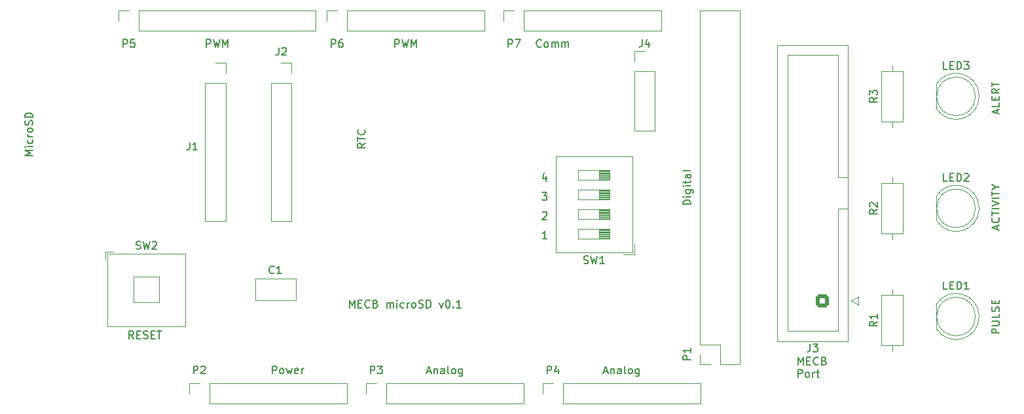
<source format=gbr>
%TF.GenerationSoftware,KiCad,Pcbnew,8.0.3*%
%TF.CreationDate,2024-07-07T09:09:28+10:00*%
%TF.ProjectId,sd-card-shield,73642d63-6172-4642-9d73-6869656c642e,rev?*%
%TF.SameCoordinates,Original*%
%TF.FileFunction,Legend,Top*%
%TF.FilePolarity,Positive*%
%FSLAX46Y46*%
G04 Gerber Fmt 4.6, Leading zero omitted, Abs format (unit mm)*
G04 Created by KiCad (PCBNEW 8.0.3) date 2024-07-07 09:09:28*
%MOMM*%
%LPD*%
G01*
G04 APERTURE LIST*
G04 Aperture macros list*
%AMRoundRect*
0 Rectangle with rounded corners*
0 $1 Rounding radius*
0 $2 $3 $4 $5 $6 $7 $8 $9 X,Y pos of 4 corners*
0 Add a 4 corners polygon primitive as box body*
4,1,4,$2,$3,$4,$5,$6,$7,$8,$9,$2,$3,0*
0 Add four circle primitives for the rounded corners*
1,1,$1+$1,$2,$3*
1,1,$1+$1,$4,$5*
1,1,$1+$1,$6,$7*
1,1,$1+$1,$8,$9*
0 Add four rect primitives between the rounded corners*
20,1,$1+$1,$2,$3,$4,$5,0*
20,1,$1+$1,$4,$5,$6,$7,0*
20,1,$1+$1,$6,$7,$8,$9,0*
20,1,$1+$1,$8,$9,$2,$3,0*%
G04 Aperture macros list end*
%ADD10C,0.150000*%
%ADD11C,0.120000*%
%ADD12R,1.700000X1.700000*%
%ADD13O,1.700000X1.700000*%
%ADD14C,1.600000*%
%ADD15O,1.600000X1.600000*%
%ADD16C,3.200000*%
%ADD17R,1.800000X1.800000*%
%ADD18C,1.800000*%
%ADD19C,1.700000*%
%ADD20RoundRect,0.250000X0.600000X0.600000X-0.600000X0.600000X-0.600000X-0.600000X0.600000X-0.600000X0*%
%ADD21R,1.600000X1.600000*%
G04 APERTURE END LIST*
D10*
X231369819Y-89663220D02*
X230369819Y-89663220D01*
X230369819Y-89663220D02*
X230369819Y-89282268D01*
X230369819Y-89282268D02*
X230417438Y-89187030D01*
X230417438Y-89187030D02*
X230465057Y-89139411D01*
X230465057Y-89139411D02*
X230560295Y-89091792D01*
X230560295Y-89091792D02*
X230703152Y-89091792D01*
X230703152Y-89091792D02*
X230798390Y-89139411D01*
X230798390Y-89139411D02*
X230846009Y-89187030D01*
X230846009Y-89187030D02*
X230893628Y-89282268D01*
X230893628Y-89282268D02*
X230893628Y-89663220D01*
X230369819Y-88663220D02*
X231179342Y-88663220D01*
X231179342Y-88663220D02*
X231274580Y-88615601D01*
X231274580Y-88615601D02*
X231322200Y-88567982D01*
X231322200Y-88567982D02*
X231369819Y-88472744D01*
X231369819Y-88472744D02*
X231369819Y-88282268D01*
X231369819Y-88282268D02*
X231322200Y-88187030D01*
X231322200Y-88187030D02*
X231274580Y-88139411D01*
X231274580Y-88139411D02*
X231179342Y-88091792D01*
X231179342Y-88091792D02*
X230369819Y-88091792D01*
X231369819Y-87139411D02*
X231369819Y-87615601D01*
X231369819Y-87615601D02*
X230369819Y-87615601D01*
X231322200Y-86853696D02*
X231369819Y-86710839D01*
X231369819Y-86710839D02*
X231369819Y-86472744D01*
X231369819Y-86472744D02*
X231322200Y-86377506D01*
X231322200Y-86377506D02*
X231274580Y-86329887D01*
X231274580Y-86329887D02*
X231179342Y-86282268D01*
X231179342Y-86282268D02*
X231084104Y-86282268D01*
X231084104Y-86282268D02*
X230988866Y-86329887D01*
X230988866Y-86329887D02*
X230941247Y-86377506D01*
X230941247Y-86377506D02*
X230893628Y-86472744D01*
X230893628Y-86472744D02*
X230846009Y-86663220D01*
X230846009Y-86663220D02*
X230798390Y-86758458D01*
X230798390Y-86758458D02*
X230750771Y-86806077D01*
X230750771Y-86806077D02*
X230655533Y-86853696D01*
X230655533Y-86853696D02*
X230560295Y-86853696D01*
X230560295Y-86853696D02*
X230465057Y-86806077D01*
X230465057Y-86806077D02*
X230417438Y-86758458D01*
X230417438Y-86758458D02*
X230369819Y-86663220D01*
X230369819Y-86663220D02*
X230369819Y-86425125D01*
X230369819Y-86425125D02*
X230417438Y-86282268D01*
X230846009Y-85853696D02*
X230846009Y-85520363D01*
X231369819Y-85377506D02*
X231369819Y-85853696D01*
X231369819Y-85853696D02*
X230369819Y-85853696D01*
X230369819Y-85853696D02*
X230369819Y-85377506D01*
X172289160Y-74050057D02*
X172336779Y-74002438D01*
X172336779Y-74002438D02*
X172432017Y-73954819D01*
X172432017Y-73954819D02*
X172670112Y-73954819D01*
X172670112Y-73954819D02*
X172765350Y-74002438D01*
X172765350Y-74002438D02*
X172812969Y-74050057D01*
X172812969Y-74050057D02*
X172860588Y-74145295D01*
X172860588Y-74145295D02*
X172860588Y-74240533D01*
X172860588Y-74240533D02*
X172812969Y-74383390D01*
X172812969Y-74383390D02*
X172241541Y-74954819D01*
X172241541Y-74954819D02*
X172860588Y-74954819D01*
X231084104Y-61210839D02*
X231084104Y-60734649D01*
X231369819Y-61306077D02*
X230369819Y-60972744D01*
X230369819Y-60972744D02*
X231369819Y-60639411D01*
X231369819Y-59829887D02*
X231369819Y-60306077D01*
X231369819Y-60306077D02*
X230369819Y-60306077D01*
X230846009Y-59496553D02*
X230846009Y-59163220D01*
X231369819Y-59020363D02*
X231369819Y-59496553D01*
X231369819Y-59496553D02*
X230369819Y-59496553D01*
X230369819Y-59496553D02*
X230369819Y-59020363D01*
X231369819Y-58020363D02*
X230893628Y-58353696D01*
X231369819Y-58591791D02*
X230369819Y-58591791D01*
X230369819Y-58591791D02*
X230369819Y-58210839D01*
X230369819Y-58210839D02*
X230417438Y-58115601D01*
X230417438Y-58115601D02*
X230465057Y-58067982D01*
X230465057Y-58067982D02*
X230560295Y-58020363D01*
X230560295Y-58020363D02*
X230703152Y-58020363D01*
X230703152Y-58020363D02*
X230798390Y-58067982D01*
X230798390Y-58067982D02*
X230846009Y-58115601D01*
X230846009Y-58115601D02*
X230893628Y-58210839D01*
X230893628Y-58210839D02*
X230893628Y-58591791D01*
X230369819Y-57734648D02*
X230369819Y-57163220D01*
X231369819Y-57448934D02*
X230369819Y-57448934D01*
X172241541Y-71454819D02*
X172860588Y-71454819D01*
X172860588Y-71454819D02*
X172527255Y-71835771D01*
X172527255Y-71835771D02*
X172670112Y-71835771D01*
X172670112Y-71835771D02*
X172765350Y-71883390D01*
X172765350Y-71883390D02*
X172812969Y-71931009D01*
X172812969Y-71931009D02*
X172860588Y-72026247D01*
X172860588Y-72026247D02*
X172860588Y-72264342D01*
X172860588Y-72264342D02*
X172812969Y-72359580D01*
X172812969Y-72359580D02*
X172765350Y-72407200D01*
X172765350Y-72407200D02*
X172670112Y-72454819D01*
X172670112Y-72454819D02*
X172384398Y-72454819D01*
X172384398Y-72454819D02*
X172289160Y-72407200D01*
X172289160Y-72407200D02*
X172241541Y-72359580D01*
X172860588Y-77454819D02*
X172289160Y-77454819D01*
X172574874Y-77454819D02*
X172574874Y-76454819D01*
X172574874Y-76454819D02*
X172479636Y-76597676D01*
X172479636Y-76597676D02*
X172384398Y-76692914D01*
X172384398Y-76692914D02*
X172289160Y-76740533D01*
X231084104Y-76210839D02*
X231084104Y-75734649D01*
X231369819Y-76306077D02*
X230369819Y-75972744D01*
X230369819Y-75972744D02*
X231369819Y-75639411D01*
X231274580Y-74734649D02*
X231322200Y-74782268D01*
X231322200Y-74782268D02*
X231369819Y-74925125D01*
X231369819Y-74925125D02*
X231369819Y-75020363D01*
X231369819Y-75020363D02*
X231322200Y-75163220D01*
X231322200Y-75163220D02*
X231226961Y-75258458D01*
X231226961Y-75258458D02*
X231131723Y-75306077D01*
X231131723Y-75306077D02*
X230941247Y-75353696D01*
X230941247Y-75353696D02*
X230798390Y-75353696D01*
X230798390Y-75353696D02*
X230607914Y-75306077D01*
X230607914Y-75306077D02*
X230512676Y-75258458D01*
X230512676Y-75258458D02*
X230417438Y-75163220D01*
X230417438Y-75163220D02*
X230369819Y-75020363D01*
X230369819Y-75020363D02*
X230369819Y-74925125D01*
X230369819Y-74925125D02*
X230417438Y-74782268D01*
X230417438Y-74782268D02*
X230465057Y-74734649D01*
X230369819Y-74448934D02*
X230369819Y-73877506D01*
X231369819Y-74163220D02*
X230369819Y-74163220D01*
X231369819Y-73544172D02*
X230369819Y-73544172D01*
X230369819Y-73210839D02*
X231369819Y-72877506D01*
X231369819Y-72877506D02*
X230369819Y-72544173D01*
X231369819Y-72210839D02*
X230369819Y-72210839D01*
X230369819Y-71877506D02*
X230369819Y-71306078D01*
X231369819Y-71591792D02*
X230369819Y-71591792D01*
X230893628Y-70782268D02*
X231369819Y-70782268D01*
X230369819Y-71115601D02*
X230893628Y-70782268D01*
X230893628Y-70782268D02*
X230369819Y-70448935D01*
X205336779Y-93759875D02*
X205336779Y-92759875D01*
X205336779Y-92759875D02*
X205670112Y-93474160D01*
X205670112Y-93474160D02*
X206003445Y-92759875D01*
X206003445Y-92759875D02*
X206003445Y-93759875D01*
X206479636Y-93236065D02*
X206812969Y-93236065D01*
X206955826Y-93759875D02*
X206479636Y-93759875D01*
X206479636Y-93759875D02*
X206479636Y-92759875D01*
X206479636Y-92759875D02*
X206955826Y-92759875D01*
X207955826Y-93664636D02*
X207908207Y-93712256D01*
X207908207Y-93712256D02*
X207765350Y-93759875D01*
X207765350Y-93759875D02*
X207670112Y-93759875D01*
X207670112Y-93759875D02*
X207527255Y-93712256D01*
X207527255Y-93712256D02*
X207432017Y-93617017D01*
X207432017Y-93617017D02*
X207384398Y-93521779D01*
X207384398Y-93521779D02*
X207336779Y-93331303D01*
X207336779Y-93331303D02*
X207336779Y-93188446D01*
X207336779Y-93188446D02*
X207384398Y-92997970D01*
X207384398Y-92997970D02*
X207432017Y-92902732D01*
X207432017Y-92902732D02*
X207527255Y-92807494D01*
X207527255Y-92807494D02*
X207670112Y-92759875D01*
X207670112Y-92759875D02*
X207765350Y-92759875D01*
X207765350Y-92759875D02*
X207908207Y-92807494D01*
X207908207Y-92807494D02*
X207955826Y-92855113D01*
X208717731Y-93236065D02*
X208860588Y-93283684D01*
X208860588Y-93283684D02*
X208908207Y-93331303D01*
X208908207Y-93331303D02*
X208955826Y-93426541D01*
X208955826Y-93426541D02*
X208955826Y-93569398D01*
X208955826Y-93569398D02*
X208908207Y-93664636D01*
X208908207Y-93664636D02*
X208860588Y-93712256D01*
X208860588Y-93712256D02*
X208765350Y-93759875D01*
X208765350Y-93759875D02*
X208384398Y-93759875D01*
X208384398Y-93759875D02*
X208384398Y-92759875D01*
X208384398Y-92759875D02*
X208717731Y-92759875D01*
X208717731Y-92759875D02*
X208812969Y-92807494D01*
X208812969Y-92807494D02*
X208860588Y-92855113D01*
X208860588Y-92855113D02*
X208908207Y-92950351D01*
X208908207Y-92950351D02*
X208908207Y-93045589D01*
X208908207Y-93045589D02*
X208860588Y-93140827D01*
X208860588Y-93140827D02*
X208812969Y-93188446D01*
X208812969Y-93188446D02*
X208717731Y-93236065D01*
X208717731Y-93236065D02*
X208384398Y-93236065D01*
X205336779Y-95369819D02*
X205336779Y-94369819D01*
X205336779Y-94369819D02*
X205717731Y-94369819D01*
X205717731Y-94369819D02*
X205812969Y-94417438D01*
X205812969Y-94417438D02*
X205860588Y-94465057D01*
X205860588Y-94465057D02*
X205908207Y-94560295D01*
X205908207Y-94560295D02*
X205908207Y-94703152D01*
X205908207Y-94703152D02*
X205860588Y-94798390D01*
X205860588Y-94798390D02*
X205812969Y-94846009D01*
X205812969Y-94846009D02*
X205717731Y-94893628D01*
X205717731Y-94893628D02*
X205336779Y-94893628D01*
X206479636Y-95369819D02*
X206384398Y-95322200D01*
X206384398Y-95322200D02*
X206336779Y-95274580D01*
X206336779Y-95274580D02*
X206289160Y-95179342D01*
X206289160Y-95179342D02*
X206289160Y-94893628D01*
X206289160Y-94893628D02*
X206336779Y-94798390D01*
X206336779Y-94798390D02*
X206384398Y-94750771D01*
X206384398Y-94750771D02*
X206479636Y-94703152D01*
X206479636Y-94703152D02*
X206622493Y-94703152D01*
X206622493Y-94703152D02*
X206717731Y-94750771D01*
X206717731Y-94750771D02*
X206765350Y-94798390D01*
X206765350Y-94798390D02*
X206812969Y-94893628D01*
X206812969Y-94893628D02*
X206812969Y-95179342D01*
X206812969Y-95179342D02*
X206765350Y-95274580D01*
X206765350Y-95274580D02*
X206717731Y-95322200D01*
X206717731Y-95322200D02*
X206622493Y-95369819D01*
X206622493Y-95369819D02*
X206479636Y-95369819D01*
X207241541Y-95369819D02*
X207241541Y-94703152D01*
X207241541Y-94893628D02*
X207289160Y-94798390D01*
X207289160Y-94798390D02*
X207336779Y-94750771D01*
X207336779Y-94750771D02*
X207432017Y-94703152D01*
X207432017Y-94703152D02*
X207527255Y-94703152D01*
X207717732Y-94703152D02*
X208098684Y-94703152D01*
X207860589Y-94369819D02*
X207860589Y-95226961D01*
X207860589Y-95226961D02*
X207908208Y-95322200D01*
X207908208Y-95322200D02*
X208003446Y-95369819D01*
X208003446Y-95369819D02*
X208098684Y-95369819D01*
X119408207Y-90369819D02*
X119074874Y-89893628D01*
X118836779Y-90369819D02*
X118836779Y-89369819D01*
X118836779Y-89369819D02*
X119217731Y-89369819D01*
X119217731Y-89369819D02*
X119312969Y-89417438D01*
X119312969Y-89417438D02*
X119360588Y-89465057D01*
X119360588Y-89465057D02*
X119408207Y-89560295D01*
X119408207Y-89560295D02*
X119408207Y-89703152D01*
X119408207Y-89703152D02*
X119360588Y-89798390D01*
X119360588Y-89798390D02*
X119312969Y-89846009D01*
X119312969Y-89846009D02*
X119217731Y-89893628D01*
X119217731Y-89893628D02*
X118836779Y-89893628D01*
X119836779Y-89846009D02*
X120170112Y-89846009D01*
X120312969Y-90369819D02*
X119836779Y-90369819D01*
X119836779Y-90369819D02*
X119836779Y-89369819D01*
X119836779Y-89369819D02*
X120312969Y-89369819D01*
X120693922Y-90322200D02*
X120836779Y-90369819D01*
X120836779Y-90369819D02*
X121074874Y-90369819D01*
X121074874Y-90369819D02*
X121170112Y-90322200D01*
X121170112Y-90322200D02*
X121217731Y-90274580D01*
X121217731Y-90274580D02*
X121265350Y-90179342D01*
X121265350Y-90179342D02*
X121265350Y-90084104D01*
X121265350Y-90084104D02*
X121217731Y-89988866D01*
X121217731Y-89988866D02*
X121170112Y-89941247D01*
X121170112Y-89941247D02*
X121074874Y-89893628D01*
X121074874Y-89893628D02*
X120884398Y-89846009D01*
X120884398Y-89846009D02*
X120789160Y-89798390D01*
X120789160Y-89798390D02*
X120741541Y-89750771D01*
X120741541Y-89750771D02*
X120693922Y-89655533D01*
X120693922Y-89655533D02*
X120693922Y-89560295D01*
X120693922Y-89560295D02*
X120741541Y-89465057D01*
X120741541Y-89465057D02*
X120789160Y-89417438D01*
X120789160Y-89417438D02*
X120884398Y-89369819D01*
X120884398Y-89369819D02*
X121122493Y-89369819D01*
X121122493Y-89369819D02*
X121265350Y-89417438D01*
X121693922Y-89846009D02*
X122027255Y-89846009D01*
X122170112Y-90369819D02*
X121693922Y-90369819D01*
X121693922Y-90369819D02*
X121693922Y-89369819D01*
X121693922Y-89369819D02*
X122170112Y-89369819D01*
X122455827Y-89369819D02*
X123027255Y-89369819D01*
X122741541Y-90369819D02*
X122741541Y-89369819D01*
X149369819Y-65091792D02*
X148893628Y-65425125D01*
X149369819Y-65663220D02*
X148369819Y-65663220D01*
X148369819Y-65663220D02*
X148369819Y-65282268D01*
X148369819Y-65282268D02*
X148417438Y-65187030D01*
X148417438Y-65187030D02*
X148465057Y-65139411D01*
X148465057Y-65139411D02*
X148560295Y-65091792D01*
X148560295Y-65091792D02*
X148703152Y-65091792D01*
X148703152Y-65091792D02*
X148798390Y-65139411D01*
X148798390Y-65139411D02*
X148846009Y-65187030D01*
X148846009Y-65187030D02*
X148893628Y-65282268D01*
X148893628Y-65282268D02*
X148893628Y-65663220D01*
X148369819Y-64806077D02*
X148369819Y-64234649D01*
X149369819Y-64520363D02*
X148369819Y-64520363D01*
X149274580Y-63329887D02*
X149322200Y-63377506D01*
X149322200Y-63377506D02*
X149369819Y-63520363D01*
X149369819Y-63520363D02*
X149369819Y-63615601D01*
X149369819Y-63615601D02*
X149322200Y-63758458D01*
X149322200Y-63758458D02*
X149226961Y-63853696D01*
X149226961Y-63853696D02*
X149131723Y-63901315D01*
X149131723Y-63901315D02*
X148941247Y-63948934D01*
X148941247Y-63948934D02*
X148798390Y-63948934D01*
X148798390Y-63948934D02*
X148607914Y-63901315D01*
X148607914Y-63901315D02*
X148512676Y-63853696D01*
X148512676Y-63853696D02*
X148417438Y-63758458D01*
X148417438Y-63758458D02*
X148369819Y-63615601D01*
X148369819Y-63615601D02*
X148369819Y-63520363D01*
X148369819Y-63520363D02*
X148417438Y-63377506D01*
X148417438Y-63377506D02*
X148465057Y-63329887D01*
X172765350Y-69288152D02*
X172765350Y-69954819D01*
X172527255Y-68907200D02*
X172289160Y-69621485D01*
X172289160Y-69621485D02*
X172908207Y-69621485D01*
X106369819Y-66663220D02*
X105369819Y-66663220D01*
X105369819Y-66663220D02*
X106084104Y-66329887D01*
X106084104Y-66329887D02*
X105369819Y-65996554D01*
X105369819Y-65996554D02*
X106369819Y-65996554D01*
X106369819Y-65520363D02*
X105703152Y-65520363D01*
X105369819Y-65520363D02*
X105417438Y-65567982D01*
X105417438Y-65567982D02*
X105465057Y-65520363D01*
X105465057Y-65520363D02*
X105417438Y-65472744D01*
X105417438Y-65472744D02*
X105369819Y-65520363D01*
X105369819Y-65520363D02*
X105465057Y-65520363D01*
X106322200Y-64615602D02*
X106369819Y-64710840D01*
X106369819Y-64710840D02*
X106369819Y-64901316D01*
X106369819Y-64901316D02*
X106322200Y-64996554D01*
X106322200Y-64996554D02*
X106274580Y-65044173D01*
X106274580Y-65044173D02*
X106179342Y-65091792D01*
X106179342Y-65091792D02*
X105893628Y-65091792D01*
X105893628Y-65091792D02*
X105798390Y-65044173D01*
X105798390Y-65044173D02*
X105750771Y-64996554D01*
X105750771Y-64996554D02*
X105703152Y-64901316D01*
X105703152Y-64901316D02*
X105703152Y-64710840D01*
X105703152Y-64710840D02*
X105750771Y-64615602D01*
X106369819Y-64187030D02*
X105703152Y-64187030D01*
X105893628Y-64187030D02*
X105798390Y-64139411D01*
X105798390Y-64139411D02*
X105750771Y-64091792D01*
X105750771Y-64091792D02*
X105703152Y-63996554D01*
X105703152Y-63996554D02*
X105703152Y-63901316D01*
X106369819Y-63425125D02*
X106322200Y-63520363D01*
X106322200Y-63520363D02*
X106274580Y-63567982D01*
X106274580Y-63567982D02*
X106179342Y-63615601D01*
X106179342Y-63615601D02*
X105893628Y-63615601D01*
X105893628Y-63615601D02*
X105798390Y-63567982D01*
X105798390Y-63567982D02*
X105750771Y-63520363D01*
X105750771Y-63520363D02*
X105703152Y-63425125D01*
X105703152Y-63425125D02*
X105703152Y-63282268D01*
X105703152Y-63282268D02*
X105750771Y-63187030D01*
X105750771Y-63187030D02*
X105798390Y-63139411D01*
X105798390Y-63139411D02*
X105893628Y-63091792D01*
X105893628Y-63091792D02*
X106179342Y-63091792D01*
X106179342Y-63091792D02*
X106274580Y-63139411D01*
X106274580Y-63139411D02*
X106322200Y-63187030D01*
X106322200Y-63187030D02*
X106369819Y-63282268D01*
X106369819Y-63282268D02*
X106369819Y-63425125D01*
X106322200Y-62710839D02*
X106369819Y-62567982D01*
X106369819Y-62567982D02*
X106369819Y-62329887D01*
X106369819Y-62329887D02*
X106322200Y-62234649D01*
X106322200Y-62234649D02*
X106274580Y-62187030D01*
X106274580Y-62187030D02*
X106179342Y-62139411D01*
X106179342Y-62139411D02*
X106084104Y-62139411D01*
X106084104Y-62139411D02*
X105988866Y-62187030D01*
X105988866Y-62187030D02*
X105941247Y-62234649D01*
X105941247Y-62234649D02*
X105893628Y-62329887D01*
X105893628Y-62329887D02*
X105846009Y-62520363D01*
X105846009Y-62520363D02*
X105798390Y-62615601D01*
X105798390Y-62615601D02*
X105750771Y-62663220D01*
X105750771Y-62663220D02*
X105655533Y-62710839D01*
X105655533Y-62710839D02*
X105560295Y-62710839D01*
X105560295Y-62710839D02*
X105465057Y-62663220D01*
X105465057Y-62663220D02*
X105417438Y-62615601D01*
X105417438Y-62615601D02*
X105369819Y-62520363D01*
X105369819Y-62520363D02*
X105369819Y-62282268D01*
X105369819Y-62282268D02*
X105417438Y-62139411D01*
X106369819Y-61710839D02*
X105369819Y-61710839D01*
X105369819Y-61710839D02*
X105369819Y-61472744D01*
X105369819Y-61472744D02*
X105417438Y-61329887D01*
X105417438Y-61329887D02*
X105512676Y-61234649D01*
X105512676Y-61234649D02*
X105607914Y-61187030D01*
X105607914Y-61187030D02*
X105798390Y-61139411D01*
X105798390Y-61139411D02*
X105941247Y-61139411D01*
X105941247Y-61139411D02*
X106131723Y-61187030D01*
X106131723Y-61187030D02*
X106226961Y-61234649D01*
X106226961Y-61234649D02*
X106322200Y-61329887D01*
X106322200Y-61329887D02*
X106369819Y-61472744D01*
X106369819Y-61472744D02*
X106369819Y-61710839D01*
X147336779Y-86369819D02*
X147336779Y-85369819D01*
X147336779Y-85369819D02*
X147670112Y-86084104D01*
X147670112Y-86084104D02*
X148003445Y-85369819D01*
X148003445Y-85369819D02*
X148003445Y-86369819D01*
X148479636Y-85846009D02*
X148812969Y-85846009D01*
X148955826Y-86369819D02*
X148479636Y-86369819D01*
X148479636Y-86369819D02*
X148479636Y-85369819D01*
X148479636Y-85369819D02*
X148955826Y-85369819D01*
X149955826Y-86274580D02*
X149908207Y-86322200D01*
X149908207Y-86322200D02*
X149765350Y-86369819D01*
X149765350Y-86369819D02*
X149670112Y-86369819D01*
X149670112Y-86369819D02*
X149527255Y-86322200D01*
X149527255Y-86322200D02*
X149432017Y-86226961D01*
X149432017Y-86226961D02*
X149384398Y-86131723D01*
X149384398Y-86131723D02*
X149336779Y-85941247D01*
X149336779Y-85941247D02*
X149336779Y-85798390D01*
X149336779Y-85798390D02*
X149384398Y-85607914D01*
X149384398Y-85607914D02*
X149432017Y-85512676D01*
X149432017Y-85512676D02*
X149527255Y-85417438D01*
X149527255Y-85417438D02*
X149670112Y-85369819D01*
X149670112Y-85369819D02*
X149765350Y-85369819D01*
X149765350Y-85369819D02*
X149908207Y-85417438D01*
X149908207Y-85417438D02*
X149955826Y-85465057D01*
X150717731Y-85846009D02*
X150860588Y-85893628D01*
X150860588Y-85893628D02*
X150908207Y-85941247D01*
X150908207Y-85941247D02*
X150955826Y-86036485D01*
X150955826Y-86036485D02*
X150955826Y-86179342D01*
X150955826Y-86179342D02*
X150908207Y-86274580D01*
X150908207Y-86274580D02*
X150860588Y-86322200D01*
X150860588Y-86322200D02*
X150765350Y-86369819D01*
X150765350Y-86369819D02*
X150384398Y-86369819D01*
X150384398Y-86369819D02*
X150384398Y-85369819D01*
X150384398Y-85369819D02*
X150717731Y-85369819D01*
X150717731Y-85369819D02*
X150812969Y-85417438D01*
X150812969Y-85417438D02*
X150860588Y-85465057D01*
X150860588Y-85465057D02*
X150908207Y-85560295D01*
X150908207Y-85560295D02*
X150908207Y-85655533D01*
X150908207Y-85655533D02*
X150860588Y-85750771D01*
X150860588Y-85750771D02*
X150812969Y-85798390D01*
X150812969Y-85798390D02*
X150717731Y-85846009D01*
X150717731Y-85846009D02*
X150384398Y-85846009D01*
X152146303Y-86369819D02*
X152146303Y-85703152D01*
X152146303Y-85798390D02*
X152193922Y-85750771D01*
X152193922Y-85750771D02*
X152289160Y-85703152D01*
X152289160Y-85703152D02*
X152432017Y-85703152D01*
X152432017Y-85703152D02*
X152527255Y-85750771D01*
X152527255Y-85750771D02*
X152574874Y-85846009D01*
X152574874Y-85846009D02*
X152574874Y-86369819D01*
X152574874Y-85846009D02*
X152622493Y-85750771D01*
X152622493Y-85750771D02*
X152717731Y-85703152D01*
X152717731Y-85703152D02*
X152860588Y-85703152D01*
X152860588Y-85703152D02*
X152955827Y-85750771D01*
X152955827Y-85750771D02*
X153003446Y-85846009D01*
X153003446Y-85846009D02*
X153003446Y-86369819D01*
X153479636Y-86369819D02*
X153479636Y-85703152D01*
X153479636Y-85369819D02*
X153432017Y-85417438D01*
X153432017Y-85417438D02*
X153479636Y-85465057D01*
X153479636Y-85465057D02*
X153527255Y-85417438D01*
X153527255Y-85417438D02*
X153479636Y-85369819D01*
X153479636Y-85369819D02*
X153479636Y-85465057D01*
X154384397Y-86322200D02*
X154289159Y-86369819D01*
X154289159Y-86369819D02*
X154098683Y-86369819D01*
X154098683Y-86369819D02*
X154003445Y-86322200D01*
X154003445Y-86322200D02*
X153955826Y-86274580D01*
X153955826Y-86274580D02*
X153908207Y-86179342D01*
X153908207Y-86179342D02*
X153908207Y-85893628D01*
X153908207Y-85893628D02*
X153955826Y-85798390D01*
X153955826Y-85798390D02*
X154003445Y-85750771D01*
X154003445Y-85750771D02*
X154098683Y-85703152D01*
X154098683Y-85703152D02*
X154289159Y-85703152D01*
X154289159Y-85703152D02*
X154384397Y-85750771D01*
X154812969Y-86369819D02*
X154812969Y-85703152D01*
X154812969Y-85893628D02*
X154860588Y-85798390D01*
X154860588Y-85798390D02*
X154908207Y-85750771D01*
X154908207Y-85750771D02*
X155003445Y-85703152D01*
X155003445Y-85703152D02*
X155098683Y-85703152D01*
X155574874Y-86369819D02*
X155479636Y-86322200D01*
X155479636Y-86322200D02*
X155432017Y-86274580D01*
X155432017Y-86274580D02*
X155384398Y-86179342D01*
X155384398Y-86179342D02*
X155384398Y-85893628D01*
X155384398Y-85893628D02*
X155432017Y-85798390D01*
X155432017Y-85798390D02*
X155479636Y-85750771D01*
X155479636Y-85750771D02*
X155574874Y-85703152D01*
X155574874Y-85703152D02*
X155717731Y-85703152D01*
X155717731Y-85703152D02*
X155812969Y-85750771D01*
X155812969Y-85750771D02*
X155860588Y-85798390D01*
X155860588Y-85798390D02*
X155908207Y-85893628D01*
X155908207Y-85893628D02*
X155908207Y-86179342D01*
X155908207Y-86179342D02*
X155860588Y-86274580D01*
X155860588Y-86274580D02*
X155812969Y-86322200D01*
X155812969Y-86322200D02*
X155717731Y-86369819D01*
X155717731Y-86369819D02*
X155574874Y-86369819D01*
X156289160Y-86322200D02*
X156432017Y-86369819D01*
X156432017Y-86369819D02*
X156670112Y-86369819D01*
X156670112Y-86369819D02*
X156765350Y-86322200D01*
X156765350Y-86322200D02*
X156812969Y-86274580D01*
X156812969Y-86274580D02*
X156860588Y-86179342D01*
X156860588Y-86179342D02*
X156860588Y-86084104D01*
X156860588Y-86084104D02*
X156812969Y-85988866D01*
X156812969Y-85988866D02*
X156765350Y-85941247D01*
X156765350Y-85941247D02*
X156670112Y-85893628D01*
X156670112Y-85893628D02*
X156479636Y-85846009D01*
X156479636Y-85846009D02*
X156384398Y-85798390D01*
X156384398Y-85798390D02*
X156336779Y-85750771D01*
X156336779Y-85750771D02*
X156289160Y-85655533D01*
X156289160Y-85655533D02*
X156289160Y-85560295D01*
X156289160Y-85560295D02*
X156336779Y-85465057D01*
X156336779Y-85465057D02*
X156384398Y-85417438D01*
X156384398Y-85417438D02*
X156479636Y-85369819D01*
X156479636Y-85369819D02*
X156717731Y-85369819D01*
X156717731Y-85369819D02*
X156860588Y-85417438D01*
X157289160Y-86369819D02*
X157289160Y-85369819D01*
X157289160Y-85369819D02*
X157527255Y-85369819D01*
X157527255Y-85369819D02*
X157670112Y-85417438D01*
X157670112Y-85417438D02*
X157765350Y-85512676D01*
X157765350Y-85512676D02*
X157812969Y-85607914D01*
X157812969Y-85607914D02*
X157860588Y-85798390D01*
X157860588Y-85798390D02*
X157860588Y-85941247D01*
X157860588Y-85941247D02*
X157812969Y-86131723D01*
X157812969Y-86131723D02*
X157765350Y-86226961D01*
X157765350Y-86226961D02*
X157670112Y-86322200D01*
X157670112Y-86322200D02*
X157527255Y-86369819D01*
X157527255Y-86369819D02*
X157289160Y-86369819D01*
X158955827Y-85703152D02*
X159193922Y-86369819D01*
X159193922Y-86369819D02*
X159432017Y-85703152D01*
X160003446Y-85369819D02*
X160098684Y-85369819D01*
X160098684Y-85369819D02*
X160193922Y-85417438D01*
X160193922Y-85417438D02*
X160241541Y-85465057D01*
X160241541Y-85465057D02*
X160289160Y-85560295D01*
X160289160Y-85560295D02*
X160336779Y-85750771D01*
X160336779Y-85750771D02*
X160336779Y-85988866D01*
X160336779Y-85988866D02*
X160289160Y-86179342D01*
X160289160Y-86179342D02*
X160241541Y-86274580D01*
X160241541Y-86274580D02*
X160193922Y-86322200D01*
X160193922Y-86322200D02*
X160098684Y-86369819D01*
X160098684Y-86369819D02*
X160003446Y-86369819D01*
X160003446Y-86369819D02*
X159908208Y-86322200D01*
X159908208Y-86322200D02*
X159860589Y-86274580D01*
X159860589Y-86274580D02*
X159812970Y-86179342D01*
X159812970Y-86179342D02*
X159765351Y-85988866D01*
X159765351Y-85988866D02*
X159765351Y-85750771D01*
X159765351Y-85750771D02*
X159812970Y-85560295D01*
X159812970Y-85560295D02*
X159860589Y-85465057D01*
X159860589Y-85465057D02*
X159908208Y-85417438D01*
X159908208Y-85417438D02*
X160003446Y-85369819D01*
X160765351Y-86274580D02*
X160812970Y-86322200D01*
X160812970Y-86322200D02*
X160765351Y-86369819D01*
X160765351Y-86369819D02*
X160717732Y-86322200D01*
X160717732Y-86322200D02*
X160765351Y-86274580D01*
X160765351Y-86274580D02*
X160765351Y-86369819D01*
X161765350Y-86369819D02*
X161193922Y-86369819D01*
X161479636Y-86369819D02*
X161479636Y-85369819D01*
X161479636Y-85369819D02*
X161384398Y-85512676D01*
X161384398Y-85512676D02*
X161289160Y-85607914D01*
X161289160Y-85607914D02*
X161193922Y-85655533D01*
X185166666Y-51624819D02*
X185166666Y-52339104D01*
X185166666Y-52339104D02*
X185119047Y-52481961D01*
X185119047Y-52481961D02*
X185023809Y-52577200D01*
X185023809Y-52577200D02*
X184880952Y-52624819D01*
X184880952Y-52624819D02*
X184785714Y-52624819D01*
X186071428Y-51958152D02*
X186071428Y-52624819D01*
X185833333Y-51577200D02*
X185595238Y-52291485D01*
X185595238Y-52291485D02*
X186214285Y-52291485D01*
X191454819Y-72980475D02*
X190454819Y-72980475D01*
X190454819Y-72980475D02*
X190454819Y-72742380D01*
X190454819Y-72742380D02*
X190502438Y-72599523D01*
X190502438Y-72599523D02*
X190597676Y-72504285D01*
X190597676Y-72504285D02*
X190692914Y-72456666D01*
X190692914Y-72456666D02*
X190883390Y-72409047D01*
X190883390Y-72409047D02*
X191026247Y-72409047D01*
X191026247Y-72409047D02*
X191216723Y-72456666D01*
X191216723Y-72456666D02*
X191311961Y-72504285D01*
X191311961Y-72504285D02*
X191407200Y-72599523D01*
X191407200Y-72599523D02*
X191454819Y-72742380D01*
X191454819Y-72742380D02*
X191454819Y-72980475D01*
X191454819Y-71980475D02*
X190788152Y-71980475D01*
X190454819Y-71980475D02*
X190502438Y-72028094D01*
X190502438Y-72028094D02*
X190550057Y-71980475D01*
X190550057Y-71980475D02*
X190502438Y-71932856D01*
X190502438Y-71932856D02*
X190454819Y-71980475D01*
X190454819Y-71980475D02*
X190550057Y-71980475D01*
X190788152Y-71075714D02*
X191597676Y-71075714D01*
X191597676Y-71075714D02*
X191692914Y-71123333D01*
X191692914Y-71123333D02*
X191740533Y-71170952D01*
X191740533Y-71170952D02*
X191788152Y-71266190D01*
X191788152Y-71266190D02*
X191788152Y-71409047D01*
X191788152Y-71409047D02*
X191740533Y-71504285D01*
X191407200Y-71075714D02*
X191454819Y-71170952D01*
X191454819Y-71170952D02*
X191454819Y-71361428D01*
X191454819Y-71361428D02*
X191407200Y-71456666D01*
X191407200Y-71456666D02*
X191359580Y-71504285D01*
X191359580Y-71504285D02*
X191264342Y-71551904D01*
X191264342Y-71551904D02*
X190978628Y-71551904D01*
X190978628Y-71551904D02*
X190883390Y-71504285D01*
X190883390Y-71504285D02*
X190835771Y-71456666D01*
X190835771Y-71456666D02*
X190788152Y-71361428D01*
X190788152Y-71361428D02*
X190788152Y-71170952D01*
X190788152Y-71170952D02*
X190835771Y-71075714D01*
X191454819Y-70599523D02*
X190788152Y-70599523D01*
X190454819Y-70599523D02*
X190502438Y-70647142D01*
X190502438Y-70647142D02*
X190550057Y-70599523D01*
X190550057Y-70599523D02*
X190502438Y-70551904D01*
X190502438Y-70551904D02*
X190454819Y-70599523D01*
X190454819Y-70599523D02*
X190550057Y-70599523D01*
X190788152Y-70266190D02*
X190788152Y-69885238D01*
X190454819Y-70123333D02*
X191311961Y-70123333D01*
X191311961Y-70123333D02*
X191407200Y-70075714D01*
X191407200Y-70075714D02*
X191454819Y-69980476D01*
X191454819Y-69980476D02*
X191454819Y-69885238D01*
X191454819Y-69123333D02*
X190931009Y-69123333D01*
X190931009Y-69123333D02*
X190835771Y-69170952D01*
X190835771Y-69170952D02*
X190788152Y-69266190D01*
X190788152Y-69266190D02*
X190788152Y-69456666D01*
X190788152Y-69456666D02*
X190835771Y-69551904D01*
X191407200Y-69123333D02*
X191454819Y-69218571D01*
X191454819Y-69218571D02*
X191454819Y-69456666D01*
X191454819Y-69456666D02*
X191407200Y-69551904D01*
X191407200Y-69551904D02*
X191311961Y-69599523D01*
X191311961Y-69599523D02*
X191216723Y-69599523D01*
X191216723Y-69599523D02*
X191121485Y-69551904D01*
X191121485Y-69551904D02*
X191073866Y-69456666D01*
X191073866Y-69456666D02*
X191073866Y-69218571D01*
X191073866Y-69218571D02*
X191026247Y-69123333D01*
X191454819Y-68504285D02*
X191407200Y-68599523D01*
X191407200Y-68599523D02*
X191311961Y-68647142D01*
X191311961Y-68647142D02*
X190454819Y-68647142D01*
X191454819Y-93118094D02*
X190454819Y-93118094D01*
X190454819Y-93118094D02*
X190454819Y-92737142D01*
X190454819Y-92737142D02*
X190502438Y-92641904D01*
X190502438Y-92641904D02*
X190550057Y-92594285D01*
X190550057Y-92594285D02*
X190645295Y-92546666D01*
X190645295Y-92546666D02*
X190788152Y-92546666D01*
X190788152Y-92546666D02*
X190883390Y-92594285D01*
X190883390Y-92594285D02*
X190931009Y-92641904D01*
X190931009Y-92641904D02*
X190978628Y-92737142D01*
X190978628Y-92737142D02*
X190978628Y-93118094D01*
X191454819Y-91594285D02*
X191454819Y-92165713D01*
X191454819Y-91879999D02*
X190454819Y-91879999D01*
X190454819Y-91879999D02*
X190597676Y-91975237D01*
X190597676Y-91975237D02*
X190692914Y-92070475D01*
X190692914Y-92070475D02*
X190740533Y-92165713D01*
X137363809Y-94904819D02*
X137363809Y-93904819D01*
X137363809Y-93904819D02*
X137744761Y-93904819D01*
X137744761Y-93904819D02*
X137839999Y-93952438D01*
X137839999Y-93952438D02*
X137887618Y-94000057D01*
X137887618Y-94000057D02*
X137935237Y-94095295D01*
X137935237Y-94095295D02*
X137935237Y-94238152D01*
X137935237Y-94238152D02*
X137887618Y-94333390D01*
X137887618Y-94333390D02*
X137839999Y-94381009D01*
X137839999Y-94381009D02*
X137744761Y-94428628D01*
X137744761Y-94428628D02*
X137363809Y-94428628D01*
X138506666Y-94904819D02*
X138411428Y-94857200D01*
X138411428Y-94857200D02*
X138363809Y-94809580D01*
X138363809Y-94809580D02*
X138316190Y-94714342D01*
X138316190Y-94714342D02*
X138316190Y-94428628D01*
X138316190Y-94428628D02*
X138363809Y-94333390D01*
X138363809Y-94333390D02*
X138411428Y-94285771D01*
X138411428Y-94285771D02*
X138506666Y-94238152D01*
X138506666Y-94238152D02*
X138649523Y-94238152D01*
X138649523Y-94238152D02*
X138744761Y-94285771D01*
X138744761Y-94285771D02*
X138792380Y-94333390D01*
X138792380Y-94333390D02*
X138839999Y-94428628D01*
X138839999Y-94428628D02*
X138839999Y-94714342D01*
X138839999Y-94714342D02*
X138792380Y-94809580D01*
X138792380Y-94809580D02*
X138744761Y-94857200D01*
X138744761Y-94857200D02*
X138649523Y-94904819D01*
X138649523Y-94904819D02*
X138506666Y-94904819D01*
X139173333Y-94238152D02*
X139363809Y-94904819D01*
X139363809Y-94904819D02*
X139554285Y-94428628D01*
X139554285Y-94428628D02*
X139744761Y-94904819D01*
X139744761Y-94904819D02*
X139935237Y-94238152D01*
X140697142Y-94857200D02*
X140601904Y-94904819D01*
X140601904Y-94904819D02*
X140411428Y-94904819D01*
X140411428Y-94904819D02*
X140316190Y-94857200D01*
X140316190Y-94857200D02*
X140268571Y-94761961D01*
X140268571Y-94761961D02*
X140268571Y-94381009D01*
X140268571Y-94381009D02*
X140316190Y-94285771D01*
X140316190Y-94285771D02*
X140411428Y-94238152D01*
X140411428Y-94238152D02*
X140601904Y-94238152D01*
X140601904Y-94238152D02*
X140697142Y-94285771D01*
X140697142Y-94285771D02*
X140744761Y-94381009D01*
X140744761Y-94381009D02*
X140744761Y-94476247D01*
X140744761Y-94476247D02*
X140268571Y-94571485D01*
X141173333Y-94904819D02*
X141173333Y-94238152D01*
X141173333Y-94428628D02*
X141220952Y-94333390D01*
X141220952Y-94333390D02*
X141268571Y-94285771D01*
X141268571Y-94285771D02*
X141363809Y-94238152D01*
X141363809Y-94238152D02*
X141459047Y-94238152D01*
X127171905Y-94914819D02*
X127171905Y-93914819D01*
X127171905Y-93914819D02*
X127552857Y-93914819D01*
X127552857Y-93914819D02*
X127648095Y-93962438D01*
X127648095Y-93962438D02*
X127695714Y-94010057D01*
X127695714Y-94010057D02*
X127743333Y-94105295D01*
X127743333Y-94105295D02*
X127743333Y-94248152D01*
X127743333Y-94248152D02*
X127695714Y-94343390D01*
X127695714Y-94343390D02*
X127648095Y-94391009D01*
X127648095Y-94391009D02*
X127552857Y-94438628D01*
X127552857Y-94438628D02*
X127171905Y-94438628D01*
X128124286Y-94010057D02*
X128171905Y-93962438D01*
X128171905Y-93962438D02*
X128267143Y-93914819D01*
X128267143Y-93914819D02*
X128505238Y-93914819D01*
X128505238Y-93914819D02*
X128600476Y-93962438D01*
X128600476Y-93962438D02*
X128648095Y-94010057D01*
X128648095Y-94010057D02*
X128695714Y-94105295D01*
X128695714Y-94105295D02*
X128695714Y-94200533D01*
X128695714Y-94200533D02*
X128648095Y-94343390D01*
X128648095Y-94343390D02*
X128076667Y-94914819D01*
X128076667Y-94914819D02*
X128695714Y-94914819D01*
X157350476Y-94629104D02*
X157826666Y-94629104D01*
X157255238Y-94914819D02*
X157588571Y-93914819D01*
X157588571Y-93914819D02*
X157921904Y-94914819D01*
X158255238Y-94248152D02*
X158255238Y-94914819D01*
X158255238Y-94343390D02*
X158302857Y-94295771D01*
X158302857Y-94295771D02*
X158398095Y-94248152D01*
X158398095Y-94248152D02*
X158540952Y-94248152D01*
X158540952Y-94248152D02*
X158636190Y-94295771D01*
X158636190Y-94295771D02*
X158683809Y-94391009D01*
X158683809Y-94391009D02*
X158683809Y-94914819D01*
X159588571Y-94914819D02*
X159588571Y-94391009D01*
X159588571Y-94391009D02*
X159540952Y-94295771D01*
X159540952Y-94295771D02*
X159445714Y-94248152D01*
X159445714Y-94248152D02*
X159255238Y-94248152D01*
X159255238Y-94248152D02*
X159160000Y-94295771D01*
X159588571Y-94867200D02*
X159493333Y-94914819D01*
X159493333Y-94914819D02*
X159255238Y-94914819D01*
X159255238Y-94914819D02*
X159160000Y-94867200D01*
X159160000Y-94867200D02*
X159112381Y-94771961D01*
X159112381Y-94771961D02*
X159112381Y-94676723D01*
X159112381Y-94676723D02*
X159160000Y-94581485D01*
X159160000Y-94581485D02*
X159255238Y-94533866D01*
X159255238Y-94533866D02*
X159493333Y-94533866D01*
X159493333Y-94533866D02*
X159588571Y-94486247D01*
X160207619Y-94914819D02*
X160112381Y-94867200D01*
X160112381Y-94867200D02*
X160064762Y-94771961D01*
X160064762Y-94771961D02*
X160064762Y-93914819D01*
X160731429Y-94914819D02*
X160636191Y-94867200D01*
X160636191Y-94867200D02*
X160588572Y-94819580D01*
X160588572Y-94819580D02*
X160540953Y-94724342D01*
X160540953Y-94724342D02*
X160540953Y-94438628D01*
X160540953Y-94438628D02*
X160588572Y-94343390D01*
X160588572Y-94343390D02*
X160636191Y-94295771D01*
X160636191Y-94295771D02*
X160731429Y-94248152D01*
X160731429Y-94248152D02*
X160874286Y-94248152D01*
X160874286Y-94248152D02*
X160969524Y-94295771D01*
X160969524Y-94295771D02*
X161017143Y-94343390D01*
X161017143Y-94343390D02*
X161064762Y-94438628D01*
X161064762Y-94438628D02*
X161064762Y-94724342D01*
X161064762Y-94724342D02*
X161017143Y-94819580D01*
X161017143Y-94819580D02*
X160969524Y-94867200D01*
X160969524Y-94867200D02*
X160874286Y-94914819D01*
X160874286Y-94914819D02*
X160731429Y-94914819D01*
X161921905Y-94248152D02*
X161921905Y-95057676D01*
X161921905Y-95057676D02*
X161874286Y-95152914D01*
X161874286Y-95152914D02*
X161826667Y-95200533D01*
X161826667Y-95200533D02*
X161731429Y-95248152D01*
X161731429Y-95248152D02*
X161588572Y-95248152D01*
X161588572Y-95248152D02*
X161493334Y-95200533D01*
X161921905Y-94867200D02*
X161826667Y-94914819D01*
X161826667Y-94914819D02*
X161636191Y-94914819D01*
X161636191Y-94914819D02*
X161540953Y-94867200D01*
X161540953Y-94867200D02*
X161493334Y-94819580D01*
X161493334Y-94819580D02*
X161445715Y-94724342D01*
X161445715Y-94724342D02*
X161445715Y-94438628D01*
X161445715Y-94438628D02*
X161493334Y-94343390D01*
X161493334Y-94343390D02*
X161540953Y-94295771D01*
X161540953Y-94295771D02*
X161636191Y-94248152D01*
X161636191Y-94248152D02*
X161826667Y-94248152D01*
X161826667Y-94248152D02*
X161921905Y-94295771D01*
X150031905Y-94914819D02*
X150031905Y-93914819D01*
X150031905Y-93914819D02*
X150412857Y-93914819D01*
X150412857Y-93914819D02*
X150508095Y-93962438D01*
X150508095Y-93962438D02*
X150555714Y-94010057D01*
X150555714Y-94010057D02*
X150603333Y-94105295D01*
X150603333Y-94105295D02*
X150603333Y-94248152D01*
X150603333Y-94248152D02*
X150555714Y-94343390D01*
X150555714Y-94343390D02*
X150508095Y-94391009D01*
X150508095Y-94391009D02*
X150412857Y-94438628D01*
X150412857Y-94438628D02*
X150031905Y-94438628D01*
X150936667Y-93914819D02*
X151555714Y-93914819D01*
X151555714Y-93914819D02*
X151222381Y-94295771D01*
X151222381Y-94295771D02*
X151365238Y-94295771D01*
X151365238Y-94295771D02*
X151460476Y-94343390D01*
X151460476Y-94343390D02*
X151508095Y-94391009D01*
X151508095Y-94391009D02*
X151555714Y-94486247D01*
X151555714Y-94486247D02*
X151555714Y-94724342D01*
X151555714Y-94724342D02*
X151508095Y-94819580D01*
X151508095Y-94819580D02*
X151460476Y-94867200D01*
X151460476Y-94867200D02*
X151365238Y-94914819D01*
X151365238Y-94914819D02*
X151079524Y-94914819D01*
X151079524Y-94914819D02*
X150984286Y-94867200D01*
X150984286Y-94867200D02*
X150936667Y-94819580D01*
X180210476Y-94629104D02*
X180686666Y-94629104D01*
X180115238Y-94914819D02*
X180448571Y-93914819D01*
X180448571Y-93914819D02*
X180781904Y-94914819D01*
X181115238Y-94248152D02*
X181115238Y-94914819D01*
X181115238Y-94343390D02*
X181162857Y-94295771D01*
X181162857Y-94295771D02*
X181258095Y-94248152D01*
X181258095Y-94248152D02*
X181400952Y-94248152D01*
X181400952Y-94248152D02*
X181496190Y-94295771D01*
X181496190Y-94295771D02*
X181543809Y-94391009D01*
X181543809Y-94391009D02*
X181543809Y-94914819D01*
X182448571Y-94914819D02*
X182448571Y-94391009D01*
X182448571Y-94391009D02*
X182400952Y-94295771D01*
X182400952Y-94295771D02*
X182305714Y-94248152D01*
X182305714Y-94248152D02*
X182115238Y-94248152D01*
X182115238Y-94248152D02*
X182020000Y-94295771D01*
X182448571Y-94867200D02*
X182353333Y-94914819D01*
X182353333Y-94914819D02*
X182115238Y-94914819D01*
X182115238Y-94914819D02*
X182020000Y-94867200D01*
X182020000Y-94867200D02*
X181972381Y-94771961D01*
X181972381Y-94771961D02*
X181972381Y-94676723D01*
X181972381Y-94676723D02*
X182020000Y-94581485D01*
X182020000Y-94581485D02*
X182115238Y-94533866D01*
X182115238Y-94533866D02*
X182353333Y-94533866D01*
X182353333Y-94533866D02*
X182448571Y-94486247D01*
X183067619Y-94914819D02*
X182972381Y-94867200D01*
X182972381Y-94867200D02*
X182924762Y-94771961D01*
X182924762Y-94771961D02*
X182924762Y-93914819D01*
X183591429Y-94914819D02*
X183496191Y-94867200D01*
X183496191Y-94867200D02*
X183448572Y-94819580D01*
X183448572Y-94819580D02*
X183400953Y-94724342D01*
X183400953Y-94724342D02*
X183400953Y-94438628D01*
X183400953Y-94438628D02*
X183448572Y-94343390D01*
X183448572Y-94343390D02*
X183496191Y-94295771D01*
X183496191Y-94295771D02*
X183591429Y-94248152D01*
X183591429Y-94248152D02*
X183734286Y-94248152D01*
X183734286Y-94248152D02*
X183829524Y-94295771D01*
X183829524Y-94295771D02*
X183877143Y-94343390D01*
X183877143Y-94343390D02*
X183924762Y-94438628D01*
X183924762Y-94438628D02*
X183924762Y-94724342D01*
X183924762Y-94724342D02*
X183877143Y-94819580D01*
X183877143Y-94819580D02*
X183829524Y-94867200D01*
X183829524Y-94867200D02*
X183734286Y-94914819D01*
X183734286Y-94914819D02*
X183591429Y-94914819D01*
X184781905Y-94248152D02*
X184781905Y-95057676D01*
X184781905Y-95057676D02*
X184734286Y-95152914D01*
X184734286Y-95152914D02*
X184686667Y-95200533D01*
X184686667Y-95200533D02*
X184591429Y-95248152D01*
X184591429Y-95248152D02*
X184448572Y-95248152D01*
X184448572Y-95248152D02*
X184353334Y-95200533D01*
X184781905Y-94867200D02*
X184686667Y-94914819D01*
X184686667Y-94914819D02*
X184496191Y-94914819D01*
X184496191Y-94914819D02*
X184400953Y-94867200D01*
X184400953Y-94867200D02*
X184353334Y-94819580D01*
X184353334Y-94819580D02*
X184305715Y-94724342D01*
X184305715Y-94724342D02*
X184305715Y-94438628D01*
X184305715Y-94438628D02*
X184353334Y-94343390D01*
X184353334Y-94343390D02*
X184400953Y-94295771D01*
X184400953Y-94295771D02*
X184496191Y-94248152D01*
X184496191Y-94248152D02*
X184686667Y-94248152D01*
X184686667Y-94248152D02*
X184781905Y-94295771D01*
X172891905Y-94914819D02*
X172891905Y-93914819D01*
X172891905Y-93914819D02*
X173272857Y-93914819D01*
X173272857Y-93914819D02*
X173368095Y-93962438D01*
X173368095Y-93962438D02*
X173415714Y-94010057D01*
X173415714Y-94010057D02*
X173463333Y-94105295D01*
X173463333Y-94105295D02*
X173463333Y-94248152D01*
X173463333Y-94248152D02*
X173415714Y-94343390D01*
X173415714Y-94343390D02*
X173368095Y-94391009D01*
X173368095Y-94391009D02*
X173272857Y-94438628D01*
X173272857Y-94438628D02*
X172891905Y-94438628D01*
X174320476Y-94248152D02*
X174320476Y-94914819D01*
X174082381Y-93867200D02*
X173844286Y-94581485D01*
X173844286Y-94581485D02*
X174463333Y-94581485D01*
X128821238Y-52654819D02*
X128821238Y-51654819D01*
X128821238Y-51654819D02*
X129202190Y-51654819D01*
X129202190Y-51654819D02*
X129297428Y-51702438D01*
X129297428Y-51702438D02*
X129345047Y-51750057D01*
X129345047Y-51750057D02*
X129392666Y-51845295D01*
X129392666Y-51845295D02*
X129392666Y-51988152D01*
X129392666Y-51988152D02*
X129345047Y-52083390D01*
X129345047Y-52083390D02*
X129297428Y-52131009D01*
X129297428Y-52131009D02*
X129202190Y-52178628D01*
X129202190Y-52178628D02*
X128821238Y-52178628D01*
X129726000Y-51654819D02*
X129964095Y-52654819D01*
X129964095Y-52654819D02*
X130154571Y-51940533D01*
X130154571Y-51940533D02*
X130345047Y-52654819D01*
X130345047Y-52654819D02*
X130583143Y-51654819D01*
X130964095Y-52654819D02*
X130964095Y-51654819D01*
X130964095Y-51654819D02*
X131297428Y-52369104D01*
X131297428Y-52369104D02*
X131630761Y-51654819D01*
X131630761Y-51654819D02*
X131630761Y-52654819D01*
X118057905Y-52654819D02*
X118057905Y-51654819D01*
X118057905Y-51654819D02*
X118438857Y-51654819D01*
X118438857Y-51654819D02*
X118534095Y-51702438D01*
X118534095Y-51702438D02*
X118581714Y-51750057D01*
X118581714Y-51750057D02*
X118629333Y-51845295D01*
X118629333Y-51845295D02*
X118629333Y-51988152D01*
X118629333Y-51988152D02*
X118581714Y-52083390D01*
X118581714Y-52083390D02*
X118534095Y-52131009D01*
X118534095Y-52131009D02*
X118438857Y-52178628D01*
X118438857Y-52178628D02*
X118057905Y-52178628D01*
X119534095Y-51654819D02*
X119057905Y-51654819D01*
X119057905Y-51654819D02*
X119010286Y-52131009D01*
X119010286Y-52131009D02*
X119057905Y-52083390D01*
X119057905Y-52083390D02*
X119153143Y-52035771D01*
X119153143Y-52035771D02*
X119391238Y-52035771D01*
X119391238Y-52035771D02*
X119486476Y-52083390D01*
X119486476Y-52083390D02*
X119534095Y-52131009D01*
X119534095Y-52131009D02*
X119581714Y-52226247D01*
X119581714Y-52226247D02*
X119581714Y-52464342D01*
X119581714Y-52464342D02*
X119534095Y-52559580D01*
X119534095Y-52559580D02*
X119486476Y-52607200D01*
X119486476Y-52607200D02*
X119391238Y-52654819D01*
X119391238Y-52654819D02*
X119153143Y-52654819D01*
X119153143Y-52654819D02*
X119057905Y-52607200D01*
X119057905Y-52607200D02*
X119010286Y-52559580D01*
X153205238Y-52654819D02*
X153205238Y-51654819D01*
X153205238Y-51654819D02*
X153586190Y-51654819D01*
X153586190Y-51654819D02*
X153681428Y-51702438D01*
X153681428Y-51702438D02*
X153729047Y-51750057D01*
X153729047Y-51750057D02*
X153776666Y-51845295D01*
X153776666Y-51845295D02*
X153776666Y-51988152D01*
X153776666Y-51988152D02*
X153729047Y-52083390D01*
X153729047Y-52083390D02*
X153681428Y-52131009D01*
X153681428Y-52131009D02*
X153586190Y-52178628D01*
X153586190Y-52178628D02*
X153205238Y-52178628D01*
X154110000Y-51654819D02*
X154348095Y-52654819D01*
X154348095Y-52654819D02*
X154538571Y-51940533D01*
X154538571Y-51940533D02*
X154729047Y-52654819D01*
X154729047Y-52654819D02*
X154967143Y-51654819D01*
X155348095Y-52654819D02*
X155348095Y-51654819D01*
X155348095Y-51654819D02*
X155681428Y-52369104D01*
X155681428Y-52369104D02*
X156014761Y-51654819D01*
X156014761Y-51654819D02*
X156014761Y-52654819D01*
X144981905Y-52654819D02*
X144981905Y-51654819D01*
X144981905Y-51654819D02*
X145362857Y-51654819D01*
X145362857Y-51654819D02*
X145458095Y-51702438D01*
X145458095Y-51702438D02*
X145505714Y-51750057D01*
X145505714Y-51750057D02*
X145553333Y-51845295D01*
X145553333Y-51845295D02*
X145553333Y-51988152D01*
X145553333Y-51988152D02*
X145505714Y-52083390D01*
X145505714Y-52083390D02*
X145458095Y-52131009D01*
X145458095Y-52131009D02*
X145362857Y-52178628D01*
X145362857Y-52178628D02*
X144981905Y-52178628D01*
X146410476Y-51654819D02*
X146220000Y-51654819D01*
X146220000Y-51654819D02*
X146124762Y-51702438D01*
X146124762Y-51702438D02*
X146077143Y-51750057D01*
X146077143Y-51750057D02*
X145981905Y-51892914D01*
X145981905Y-51892914D02*
X145934286Y-52083390D01*
X145934286Y-52083390D02*
X145934286Y-52464342D01*
X145934286Y-52464342D02*
X145981905Y-52559580D01*
X145981905Y-52559580D02*
X146029524Y-52607200D01*
X146029524Y-52607200D02*
X146124762Y-52654819D01*
X146124762Y-52654819D02*
X146315238Y-52654819D01*
X146315238Y-52654819D02*
X146410476Y-52607200D01*
X146410476Y-52607200D02*
X146458095Y-52559580D01*
X146458095Y-52559580D02*
X146505714Y-52464342D01*
X146505714Y-52464342D02*
X146505714Y-52226247D01*
X146505714Y-52226247D02*
X146458095Y-52131009D01*
X146458095Y-52131009D02*
X146410476Y-52083390D01*
X146410476Y-52083390D02*
X146315238Y-52035771D01*
X146315238Y-52035771D02*
X146124762Y-52035771D01*
X146124762Y-52035771D02*
X146029524Y-52083390D01*
X146029524Y-52083390D02*
X145981905Y-52131009D01*
X145981905Y-52131009D02*
X145934286Y-52226247D01*
X172143809Y-52559580D02*
X172096190Y-52607200D01*
X172096190Y-52607200D02*
X171953333Y-52654819D01*
X171953333Y-52654819D02*
X171858095Y-52654819D01*
X171858095Y-52654819D02*
X171715238Y-52607200D01*
X171715238Y-52607200D02*
X171620000Y-52511961D01*
X171620000Y-52511961D02*
X171572381Y-52416723D01*
X171572381Y-52416723D02*
X171524762Y-52226247D01*
X171524762Y-52226247D02*
X171524762Y-52083390D01*
X171524762Y-52083390D02*
X171572381Y-51892914D01*
X171572381Y-51892914D02*
X171620000Y-51797676D01*
X171620000Y-51797676D02*
X171715238Y-51702438D01*
X171715238Y-51702438D02*
X171858095Y-51654819D01*
X171858095Y-51654819D02*
X171953333Y-51654819D01*
X171953333Y-51654819D02*
X172096190Y-51702438D01*
X172096190Y-51702438D02*
X172143809Y-51750057D01*
X172715238Y-52654819D02*
X172620000Y-52607200D01*
X172620000Y-52607200D02*
X172572381Y-52559580D01*
X172572381Y-52559580D02*
X172524762Y-52464342D01*
X172524762Y-52464342D02*
X172524762Y-52178628D01*
X172524762Y-52178628D02*
X172572381Y-52083390D01*
X172572381Y-52083390D02*
X172620000Y-52035771D01*
X172620000Y-52035771D02*
X172715238Y-51988152D01*
X172715238Y-51988152D02*
X172858095Y-51988152D01*
X172858095Y-51988152D02*
X172953333Y-52035771D01*
X172953333Y-52035771D02*
X173000952Y-52083390D01*
X173000952Y-52083390D02*
X173048571Y-52178628D01*
X173048571Y-52178628D02*
X173048571Y-52464342D01*
X173048571Y-52464342D02*
X173000952Y-52559580D01*
X173000952Y-52559580D02*
X172953333Y-52607200D01*
X172953333Y-52607200D02*
X172858095Y-52654819D01*
X172858095Y-52654819D02*
X172715238Y-52654819D01*
X173477143Y-52654819D02*
X173477143Y-51988152D01*
X173477143Y-52083390D02*
X173524762Y-52035771D01*
X173524762Y-52035771D02*
X173620000Y-51988152D01*
X173620000Y-51988152D02*
X173762857Y-51988152D01*
X173762857Y-51988152D02*
X173858095Y-52035771D01*
X173858095Y-52035771D02*
X173905714Y-52131009D01*
X173905714Y-52131009D02*
X173905714Y-52654819D01*
X173905714Y-52131009D02*
X173953333Y-52035771D01*
X173953333Y-52035771D02*
X174048571Y-51988152D01*
X174048571Y-51988152D02*
X174191428Y-51988152D01*
X174191428Y-51988152D02*
X174286667Y-52035771D01*
X174286667Y-52035771D02*
X174334286Y-52131009D01*
X174334286Y-52131009D02*
X174334286Y-52654819D01*
X174810476Y-52654819D02*
X174810476Y-51988152D01*
X174810476Y-52083390D02*
X174858095Y-52035771D01*
X174858095Y-52035771D02*
X174953333Y-51988152D01*
X174953333Y-51988152D02*
X175096190Y-51988152D01*
X175096190Y-51988152D02*
X175191428Y-52035771D01*
X175191428Y-52035771D02*
X175239047Y-52131009D01*
X175239047Y-52131009D02*
X175239047Y-52654819D01*
X175239047Y-52131009D02*
X175286666Y-52035771D01*
X175286666Y-52035771D02*
X175381904Y-51988152D01*
X175381904Y-51988152D02*
X175524761Y-51988152D01*
X175524761Y-51988152D02*
X175620000Y-52035771D01*
X175620000Y-52035771D02*
X175667619Y-52131009D01*
X175667619Y-52131009D02*
X175667619Y-52654819D01*
X167841905Y-52654819D02*
X167841905Y-51654819D01*
X167841905Y-51654819D02*
X168222857Y-51654819D01*
X168222857Y-51654819D02*
X168318095Y-51702438D01*
X168318095Y-51702438D02*
X168365714Y-51750057D01*
X168365714Y-51750057D02*
X168413333Y-51845295D01*
X168413333Y-51845295D02*
X168413333Y-51988152D01*
X168413333Y-51988152D02*
X168365714Y-52083390D01*
X168365714Y-52083390D02*
X168318095Y-52131009D01*
X168318095Y-52131009D02*
X168222857Y-52178628D01*
X168222857Y-52178628D02*
X167841905Y-52178628D01*
X168746667Y-51654819D02*
X169413333Y-51654819D01*
X169413333Y-51654819D02*
X168984762Y-52654819D01*
X215584819Y-59166666D02*
X215108628Y-59499999D01*
X215584819Y-59738094D02*
X214584819Y-59738094D01*
X214584819Y-59738094D02*
X214584819Y-59357142D01*
X214584819Y-59357142D02*
X214632438Y-59261904D01*
X214632438Y-59261904D02*
X214680057Y-59214285D01*
X214680057Y-59214285D02*
X214775295Y-59166666D01*
X214775295Y-59166666D02*
X214918152Y-59166666D01*
X214918152Y-59166666D02*
X215013390Y-59214285D01*
X215013390Y-59214285D02*
X215061009Y-59261904D01*
X215061009Y-59261904D02*
X215108628Y-59357142D01*
X215108628Y-59357142D02*
X215108628Y-59738094D01*
X214584819Y-58833332D02*
X214584819Y-58214285D01*
X214584819Y-58214285D02*
X214965771Y-58547618D01*
X214965771Y-58547618D02*
X214965771Y-58404761D01*
X214965771Y-58404761D02*
X215013390Y-58309523D01*
X215013390Y-58309523D02*
X215061009Y-58261904D01*
X215061009Y-58261904D02*
X215156247Y-58214285D01*
X215156247Y-58214285D02*
X215394342Y-58214285D01*
X215394342Y-58214285D02*
X215489580Y-58261904D01*
X215489580Y-58261904D02*
X215537200Y-58309523D01*
X215537200Y-58309523D02*
X215584819Y-58404761D01*
X215584819Y-58404761D02*
X215584819Y-58690475D01*
X215584819Y-58690475D02*
X215537200Y-58785713D01*
X215537200Y-58785713D02*
X215489580Y-58833332D01*
X215584819Y-88166666D02*
X215108628Y-88499999D01*
X215584819Y-88738094D02*
X214584819Y-88738094D01*
X214584819Y-88738094D02*
X214584819Y-88357142D01*
X214584819Y-88357142D02*
X214632438Y-88261904D01*
X214632438Y-88261904D02*
X214680057Y-88214285D01*
X214680057Y-88214285D02*
X214775295Y-88166666D01*
X214775295Y-88166666D02*
X214918152Y-88166666D01*
X214918152Y-88166666D02*
X215013390Y-88214285D01*
X215013390Y-88214285D02*
X215061009Y-88261904D01*
X215061009Y-88261904D02*
X215108628Y-88357142D01*
X215108628Y-88357142D02*
X215108628Y-88738094D01*
X215584819Y-87214285D02*
X215584819Y-87785713D01*
X215584819Y-87499999D02*
X214584819Y-87499999D01*
X214584819Y-87499999D02*
X214727676Y-87595237D01*
X214727676Y-87595237D02*
X214822914Y-87690475D01*
X214822914Y-87690475D02*
X214870533Y-87785713D01*
X126666666Y-64954819D02*
X126666666Y-65669104D01*
X126666666Y-65669104D02*
X126619047Y-65811961D01*
X126619047Y-65811961D02*
X126523809Y-65907200D01*
X126523809Y-65907200D02*
X126380952Y-65954819D01*
X126380952Y-65954819D02*
X126285714Y-65954819D01*
X127666666Y-65954819D02*
X127095238Y-65954819D01*
X127380952Y-65954819D02*
X127380952Y-64954819D01*
X127380952Y-64954819D02*
X127285714Y-65097676D01*
X127285714Y-65097676D02*
X127190476Y-65192914D01*
X127190476Y-65192914D02*
X127095238Y-65240533D01*
X119744167Y-78734700D02*
X119887024Y-78782319D01*
X119887024Y-78782319D02*
X120125119Y-78782319D01*
X120125119Y-78782319D02*
X120220357Y-78734700D01*
X120220357Y-78734700D02*
X120267976Y-78687080D01*
X120267976Y-78687080D02*
X120315595Y-78591842D01*
X120315595Y-78591842D02*
X120315595Y-78496604D01*
X120315595Y-78496604D02*
X120267976Y-78401366D01*
X120267976Y-78401366D02*
X120220357Y-78353747D01*
X120220357Y-78353747D02*
X120125119Y-78306128D01*
X120125119Y-78306128D02*
X119934643Y-78258509D01*
X119934643Y-78258509D02*
X119839405Y-78210890D01*
X119839405Y-78210890D02*
X119791786Y-78163271D01*
X119791786Y-78163271D02*
X119744167Y-78068033D01*
X119744167Y-78068033D02*
X119744167Y-77972795D01*
X119744167Y-77972795D02*
X119791786Y-77877557D01*
X119791786Y-77877557D02*
X119839405Y-77829938D01*
X119839405Y-77829938D02*
X119934643Y-77782319D01*
X119934643Y-77782319D02*
X120172738Y-77782319D01*
X120172738Y-77782319D02*
X120315595Y-77829938D01*
X120648929Y-77782319D02*
X120887024Y-78782319D01*
X120887024Y-78782319D02*
X121077500Y-78068033D01*
X121077500Y-78068033D02*
X121267976Y-78782319D01*
X121267976Y-78782319D02*
X121506072Y-77782319D01*
X121839405Y-77877557D02*
X121887024Y-77829938D01*
X121887024Y-77829938D02*
X121982262Y-77782319D01*
X121982262Y-77782319D02*
X122220357Y-77782319D01*
X122220357Y-77782319D02*
X122315595Y-77829938D01*
X122315595Y-77829938D02*
X122363214Y-77877557D01*
X122363214Y-77877557D02*
X122410833Y-77972795D01*
X122410833Y-77972795D02*
X122410833Y-78068033D01*
X122410833Y-78068033D02*
X122363214Y-78210890D01*
X122363214Y-78210890D02*
X121791786Y-78782319D01*
X121791786Y-78782319D02*
X122410833Y-78782319D01*
X224650952Y-83994819D02*
X224174762Y-83994819D01*
X224174762Y-83994819D02*
X224174762Y-82994819D01*
X224984286Y-83471009D02*
X225317619Y-83471009D01*
X225460476Y-83994819D02*
X224984286Y-83994819D01*
X224984286Y-83994819D02*
X224984286Y-82994819D01*
X224984286Y-82994819D02*
X225460476Y-82994819D01*
X225889048Y-83994819D02*
X225889048Y-82994819D01*
X225889048Y-82994819D02*
X226127143Y-82994819D01*
X226127143Y-82994819D02*
X226270000Y-83042438D01*
X226270000Y-83042438D02*
X226365238Y-83137676D01*
X226365238Y-83137676D02*
X226412857Y-83232914D01*
X226412857Y-83232914D02*
X226460476Y-83423390D01*
X226460476Y-83423390D02*
X226460476Y-83566247D01*
X226460476Y-83566247D02*
X226412857Y-83756723D01*
X226412857Y-83756723D02*
X226365238Y-83851961D01*
X226365238Y-83851961D02*
X226270000Y-83947200D01*
X226270000Y-83947200D02*
X226127143Y-83994819D01*
X226127143Y-83994819D02*
X225889048Y-83994819D01*
X227412857Y-83994819D02*
X226841429Y-83994819D01*
X227127143Y-83994819D02*
X227127143Y-82994819D01*
X227127143Y-82994819D02*
X227031905Y-83137676D01*
X227031905Y-83137676D02*
X226936667Y-83232914D01*
X226936667Y-83232914D02*
X226841429Y-83280533D01*
X206896666Y-91054819D02*
X206896666Y-91769104D01*
X206896666Y-91769104D02*
X206849047Y-91911961D01*
X206849047Y-91911961D02*
X206753809Y-92007200D01*
X206753809Y-92007200D02*
X206610952Y-92054819D01*
X206610952Y-92054819D02*
X206515714Y-92054819D01*
X207277619Y-91054819D02*
X207896666Y-91054819D01*
X207896666Y-91054819D02*
X207563333Y-91435771D01*
X207563333Y-91435771D02*
X207706190Y-91435771D01*
X207706190Y-91435771D02*
X207801428Y-91483390D01*
X207801428Y-91483390D02*
X207849047Y-91531009D01*
X207849047Y-91531009D02*
X207896666Y-91626247D01*
X207896666Y-91626247D02*
X207896666Y-91864342D01*
X207896666Y-91864342D02*
X207849047Y-91959580D01*
X207849047Y-91959580D02*
X207801428Y-92007200D01*
X207801428Y-92007200D02*
X207706190Y-92054819D01*
X207706190Y-92054819D02*
X207420476Y-92054819D01*
X207420476Y-92054819D02*
X207325238Y-92007200D01*
X207325238Y-92007200D02*
X207277619Y-91959580D01*
X137583333Y-81859580D02*
X137535714Y-81907200D01*
X137535714Y-81907200D02*
X137392857Y-81954819D01*
X137392857Y-81954819D02*
X137297619Y-81954819D01*
X137297619Y-81954819D02*
X137154762Y-81907200D01*
X137154762Y-81907200D02*
X137059524Y-81811961D01*
X137059524Y-81811961D02*
X137011905Y-81716723D01*
X137011905Y-81716723D02*
X136964286Y-81526247D01*
X136964286Y-81526247D02*
X136964286Y-81383390D01*
X136964286Y-81383390D02*
X137011905Y-81192914D01*
X137011905Y-81192914D02*
X137059524Y-81097676D01*
X137059524Y-81097676D02*
X137154762Y-81002438D01*
X137154762Y-81002438D02*
X137297619Y-80954819D01*
X137297619Y-80954819D02*
X137392857Y-80954819D01*
X137392857Y-80954819D02*
X137535714Y-81002438D01*
X137535714Y-81002438D02*
X137583333Y-81050057D01*
X138535714Y-81954819D02*
X137964286Y-81954819D01*
X138250000Y-81954819D02*
X138250000Y-80954819D01*
X138250000Y-80954819D02*
X138154762Y-81097676D01*
X138154762Y-81097676D02*
X138059524Y-81192914D01*
X138059524Y-81192914D02*
X137964286Y-81240533D01*
X138166666Y-52684819D02*
X138166666Y-53399104D01*
X138166666Y-53399104D02*
X138119047Y-53541961D01*
X138119047Y-53541961D02*
X138023809Y-53637200D01*
X138023809Y-53637200D02*
X137880952Y-53684819D01*
X137880952Y-53684819D02*
X137785714Y-53684819D01*
X138595238Y-52780057D02*
X138642857Y-52732438D01*
X138642857Y-52732438D02*
X138738095Y-52684819D01*
X138738095Y-52684819D02*
X138976190Y-52684819D01*
X138976190Y-52684819D02*
X139071428Y-52732438D01*
X139071428Y-52732438D02*
X139119047Y-52780057D01*
X139119047Y-52780057D02*
X139166666Y-52875295D01*
X139166666Y-52875295D02*
X139166666Y-52970533D01*
X139166666Y-52970533D02*
X139119047Y-53113390D01*
X139119047Y-53113390D02*
X138547619Y-53684819D01*
X138547619Y-53684819D02*
X139166666Y-53684819D01*
X177624167Y-80627200D02*
X177767024Y-80674819D01*
X177767024Y-80674819D02*
X178005119Y-80674819D01*
X178005119Y-80674819D02*
X178100357Y-80627200D01*
X178100357Y-80627200D02*
X178147976Y-80579580D01*
X178147976Y-80579580D02*
X178195595Y-80484342D01*
X178195595Y-80484342D02*
X178195595Y-80389104D01*
X178195595Y-80389104D02*
X178147976Y-80293866D01*
X178147976Y-80293866D02*
X178100357Y-80246247D01*
X178100357Y-80246247D02*
X178005119Y-80198628D01*
X178005119Y-80198628D02*
X177814643Y-80151009D01*
X177814643Y-80151009D02*
X177719405Y-80103390D01*
X177719405Y-80103390D02*
X177671786Y-80055771D01*
X177671786Y-80055771D02*
X177624167Y-79960533D01*
X177624167Y-79960533D02*
X177624167Y-79865295D01*
X177624167Y-79865295D02*
X177671786Y-79770057D01*
X177671786Y-79770057D02*
X177719405Y-79722438D01*
X177719405Y-79722438D02*
X177814643Y-79674819D01*
X177814643Y-79674819D02*
X178052738Y-79674819D01*
X178052738Y-79674819D02*
X178195595Y-79722438D01*
X178528929Y-79674819D02*
X178767024Y-80674819D01*
X178767024Y-80674819D02*
X178957500Y-79960533D01*
X178957500Y-79960533D02*
X179147976Y-80674819D01*
X179147976Y-80674819D02*
X179386072Y-79674819D01*
X180290833Y-80674819D02*
X179719405Y-80674819D01*
X180005119Y-80674819D02*
X180005119Y-79674819D01*
X180005119Y-79674819D02*
X179909881Y-79817676D01*
X179909881Y-79817676D02*
X179814643Y-79912914D01*
X179814643Y-79912914D02*
X179719405Y-79960533D01*
X215584819Y-73666666D02*
X215108628Y-73999999D01*
X215584819Y-74238094D02*
X214584819Y-74238094D01*
X214584819Y-74238094D02*
X214584819Y-73857142D01*
X214584819Y-73857142D02*
X214632438Y-73761904D01*
X214632438Y-73761904D02*
X214680057Y-73714285D01*
X214680057Y-73714285D02*
X214775295Y-73666666D01*
X214775295Y-73666666D02*
X214918152Y-73666666D01*
X214918152Y-73666666D02*
X215013390Y-73714285D01*
X215013390Y-73714285D02*
X215061009Y-73761904D01*
X215061009Y-73761904D02*
X215108628Y-73857142D01*
X215108628Y-73857142D02*
X215108628Y-74238094D01*
X214680057Y-73285713D02*
X214632438Y-73238094D01*
X214632438Y-73238094D02*
X214584819Y-73142856D01*
X214584819Y-73142856D02*
X214584819Y-72904761D01*
X214584819Y-72904761D02*
X214632438Y-72809523D01*
X214632438Y-72809523D02*
X214680057Y-72761904D01*
X214680057Y-72761904D02*
X214775295Y-72714285D01*
X214775295Y-72714285D02*
X214870533Y-72714285D01*
X214870533Y-72714285D02*
X215013390Y-72761904D01*
X215013390Y-72761904D02*
X215584819Y-73333332D01*
X215584819Y-73333332D02*
X215584819Y-72714285D01*
X224650952Y-55494819D02*
X224174762Y-55494819D01*
X224174762Y-55494819D02*
X224174762Y-54494819D01*
X224984286Y-54971009D02*
X225317619Y-54971009D01*
X225460476Y-55494819D02*
X224984286Y-55494819D01*
X224984286Y-55494819D02*
X224984286Y-54494819D01*
X224984286Y-54494819D02*
X225460476Y-54494819D01*
X225889048Y-55494819D02*
X225889048Y-54494819D01*
X225889048Y-54494819D02*
X226127143Y-54494819D01*
X226127143Y-54494819D02*
X226270000Y-54542438D01*
X226270000Y-54542438D02*
X226365238Y-54637676D01*
X226365238Y-54637676D02*
X226412857Y-54732914D01*
X226412857Y-54732914D02*
X226460476Y-54923390D01*
X226460476Y-54923390D02*
X226460476Y-55066247D01*
X226460476Y-55066247D02*
X226412857Y-55256723D01*
X226412857Y-55256723D02*
X226365238Y-55351961D01*
X226365238Y-55351961D02*
X226270000Y-55447200D01*
X226270000Y-55447200D02*
X226127143Y-55494819D01*
X226127143Y-55494819D02*
X225889048Y-55494819D01*
X226793810Y-54494819D02*
X227412857Y-54494819D01*
X227412857Y-54494819D02*
X227079524Y-54875771D01*
X227079524Y-54875771D02*
X227222381Y-54875771D01*
X227222381Y-54875771D02*
X227317619Y-54923390D01*
X227317619Y-54923390D02*
X227365238Y-54971009D01*
X227365238Y-54971009D02*
X227412857Y-55066247D01*
X227412857Y-55066247D02*
X227412857Y-55304342D01*
X227412857Y-55304342D02*
X227365238Y-55399580D01*
X227365238Y-55399580D02*
X227317619Y-55447200D01*
X227317619Y-55447200D02*
X227222381Y-55494819D01*
X227222381Y-55494819D02*
X226936667Y-55494819D01*
X226936667Y-55494819D02*
X226841429Y-55447200D01*
X226841429Y-55447200D02*
X226793810Y-55399580D01*
X224650952Y-69994819D02*
X224174762Y-69994819D01*
X224174762Y-69994819D02*
X224174762Y-68994819D01*
X224984286Y-69471009D02*
X225317619Y-69471009D01*
X225460476Y-69994819D02*
X224984286Y-69994819D01*
X224984286Y-69994819D02*
X224984286Y-68994819D01*
X224984286Y-68994819D02*
X225460476Y-68994819D01*
X225889048Y-69994819D02*
X225889048Y-68994819D01*
X225889048Y-68994819D02*
X226127143Y-68994819D01*
X226127143Y-68994819D02*
X226270000Y-69042438D01*
X226270000Y-69042438D02*
X226365238Y-69137676D01*
X226365238Y-69137676D02*
X226412857Y-69232914D01*
X226412857Y-69232914D02*
X226460476Y-69423390D01*
X226460476Y-69423390D02*
X226460476Y-69566247D01*
X226460476Y-69566247D02*
X226412857Y-69756723D01*
X226412857Y-69756723D02*
X226365238Y-69851961D01*
X226365238Y-69851961D02*
X226270000Y-69947200D01*
X226270000Y-69947200D02*
X226127143Y-69994819D01*
X226127143Y-69994819D02*
X225889048Y-69994819D01*
X226841429Y-69090057D02*
X226889048Y-69042438D01*
X226889048Y-69042438D02*
X226984286Y-68994819D01*
X226984286Y-68994819D02*
X227222381Y-68994819D01*
X227222381Y-68994819D02*
X227317619Y-69042438D01*
X227317619Y-69042438D02*
X227365238Y-69090057D01*
X227365238Y-69090057D02*
X227412857Y-69185295D01*
X227412857Y-69185295D02*
X227412857Y-69280533D01*
X227412857Y-69280533D02*
X227365238Y-69423390D01*
X227365238Y-69423390D02*
X226793810Y-69994819D01*
X226793810Y-69994819D02*
X227412857Y-69994819D01*
D11*
%TO.C,J4*%
X184170000Y-53170000D02*
X185500000Y-53170000D01*
X184170000Y-54500000D02*
X184170000Y-53170000D01*
X184170000Y-55770000D02*
X184170000Y-63450000D01*
X184170000Y-55770000D02*
X186830000Y-55770000D01*
X184170000Y-63450000D02*
X186830000Y-63450000D01*
X186830000Y-55770000D02*
X186830000Y-63450000D01*
%TO.C,P1*%
X192650000Y-91110000D02*
X192650000Y-47870000D01*
X192650000Y-93710000D02*
X192650000Y-92380000D01*
X193980000Y-93710000D02*
X192650000Y-93710000D01*
X195250000Y-91110000D02*
X192650000Y-91110000D01*
X195250000Y-93710000D02*
X195250000Y-91110000D01*
X197850000Y-47870000D02*
X192650000Y-47870000D01*
X197850000Y-93710000D02*
X195250000Y-93710000D01*
X197850000Y-93710000D02*
X197850000Y-47870000D01*
%TO.C,P2*%
X126610000Y-96130000D02*
X127940000Y-96130000D01*
X126610000Y-97460000D02*
X126610000Y-96130000D01*
X129210000Y-96130000D02*
X147050000Y-96130000D01*
X129210000Y-98790000D02*
X129210000Y-96130000D01*
X129210000Y-98790000D02*
X147050000Y-98790000D01*
X147050000Y-98790000D02*
X147050000Y-96130000D01*
%TO.C,P3*%
X149470000Y-96130000D02*
X150800000Y-96130000D01*
X149470000Y-97460000D02*
X149470000Y-96130000D01*
X152070000Y-96130000D02*
X169910000Y-96130000D01*
X152070000Y-98790000D02*
X152070000Y-96130000D01*
X152070000Y-98790000D02*
X169910000Y-98790000D01*
X169910000Y-98790000D02*
X169910000Y-96130000D01*
%TO.C,P4*%
X172330000Y-96130000D02*
X173660000Y-96130000D01*
X172330000Y-97460000D02*
X172330000Y-96130000D01*
X174930000Y-96130000D02*
X192770000Y-96130000D01*
X174930000Y-98790000D02*
X174930000Y-96130000D01*
X174930000Y-98790000D02*
X192770000Y-98790000D01*
X192770000Y-98790000D02*
X192770000Y-96130000D01*
%TO.C,P5*%
X117466000Y-47870000D02*
X118796000Y-47870000D01*
X117466000Y-49200000D02*
X117466000Y-47870000D01*
X120066000Y-47870000D02*
X142986000Y-47870000D01*
X120066000Y-50530000D02*
X120066000Y-47870000D01*
X120066000Y-50530000D02*
X142986000Y-50530000D01*
X142986000Y-50530000D02*
X142986000Y-47870000D01*
%TO.C,P6*%
X144390000Y-47870000D02*
X145720000Y-47870000D01*
X144390000Y-49200000D02*
X144390000Y-47870000D01*
X146990000Y-47870000D02*
X164830000Y-47870000D01*
X146990000Y-50530000D02*
X146990000Y-47870000D01*
X146990000Y-50530000D02*
X164830000Y-50530000D01*
X164830000Y-50530000D02*
X164830000Y-47870000D01*
%TO.C,P7*%
X167250000Y-47870000D02*
X168580000Y-47870000D01*
X167250000Y-49200000D02*
X167250000Y-47870000D01*
X169850000Y-47870000D02*
X187690000Y-47870000D01*
X169850000Y-50530000D02*
X169850000Y-47870000D01*
X169850000Y-50530000D02*
X187690000Y-50530000D01*
X187690000Y-50530000D02*
X187690000Y-47870000D01*
%TO.C,R3*%
X216130000Y-55730000D02*
X216130000Y-62270000D01*
X216130000Y-62270000D02*
X218870000Y-62270000D01*
X217500000Y-54960000D02*
X217500000Y-55730000D01*
X217500000Y-63040000D02*
X217500000Y-62270000D01*
X218870000Y-55730000D02*
X216130000Y-55730000D01*
X218870000Y-62270000D02*
X218870000Y-55730000D01*
%TO.C,R1*%
X216130000Y-84730000D02*
X216130000Y-91270000D01*
X216130000Y-91270000D02*
X218870000Y-91270000D01*
X217500000Y-83960000D02*
X217500000Y-84730000D01*
X217500000Y-92040000D02*
X217500000Y-91270000D01*
X218870000Y-84730000D02*
X216130000Y-84730000D01*
X218870000Y-91270000D02*
X218870000Y-84730000D01*
%TO.C,J1*%
X128670000Y-57270000D02*
X128670000Y-75110000D01*
X128670000Y-57270000D02*
X131330000Y-57270000D01*
X128670000Y-75110000D02*
X131330000Y-75110000D01*
X130000000Y-54670000D02*
X131330000Y-54670000D01*
X131330000Y-54670000D02*
X131330000Y-56000000D01*
X131330000Y-57270000D02*
X131330000Y-75110000D01*
%TO.C,SW2*%
X115807500Y-80107500D02*
X115807500Y-79107500D01*
X116057500Y-88797500D02*
X116057500Y-79357500D01*
X116807500Y-79107500D02*
X115807500Y-79107500D01*
X119377500Y-82377500D02*
X119377500Y-85677500D01*
X122677500Y-82377500D02*
X119377500Y-82377500D01*
X122677500Y-82377500D02*
X122677500Y-85677500D01*
X122677500Y-85677500D02*
X119377500Y-85677500D01*
X126097500Y-79357500D02*
X116057500Y-79357500D01*
X126097500Y-88797500D02*
X116057500Y-88797500D01*
X126097500Y-88797500D02*
X126097500Y-79357500D01*
%TO.C,LED1*%
X223210000Y-85955000D02*
X223210000Y-89045000D01*
X223210000Y-85955170D02*
G75*
G02*
X228760000Y-87500462I2560000J-1544830D01*
G01*
X228760000Y-87499538D02*
G75*
G02*
X223210000Y-89044830I-2990000J-462D01*
G01*
X228270000Y-87500000D02*
G75*
G02*
X223270000Y-87500000I-2500000J0D01*
G01*
X223270000Y-87500000D02*
G75*
G02*
X228270000Y-87500000I2500000J0D01*
G01*
%TO.C,J3*%
X213180000Y-86000000D02*
X213180000Y-85000000D01*
X213180000Y-85000000D02*
X212180000Y-85500000D01*
X212180000Y-85500000D02*
X213180000Y-86000000D01*
X211790000Y-90710000D02*
X202670000Y-90710000D01*
X211790000Y-73580000D02*
X210480000Y-73580000D01*
X211790000Y-52350000D02*
X211790000Y-90710000D01*
X210480000Y-89410000D02*
X203980000Y-89410000D01*
X210480000Y-73580000D02*
X210480000Y-89410000D01*
X210480000Y-69480000D02*
X211790000Y-69480000D01*
X210480000Y-69480000D02*
X210480000Y-69480000D01*
X210480000Y-53650000D02*
X210480000Y-69480000D01*
X203980000Y-89410000D02*
X203980000Y-53650000D01*
X203980000Y-53650000D02*
X210480000Y-53650000D01*
X202670000Y-90710000D02*
X202670000Y-52350000D01*
X202670000Y-52350000D02*
X211790000Y-52350000D01*
%TO.C,C1*%
X135130000Y-82630000D02*
X135130000Y-85370000D01*
X135130000Y-82630000D02*
X140370000Y-82630000D01*
X135130000Y-85370000D02*
X140370000Y-85370000D01*
X140370000Y-82630000D02*
X140370000Y-85370000D01*
%TO.C,J2*%
X137170000Y-57270000D02*
X137170000Y-75110000D01*
X137170000Y-57270000D02*
X139830000Y-57270000D01*
X137170000Y-75110000D02*
X139830000Y-75110000D01*
X138500000Y-54670000D02*
X139830000Y-54670000D01*
X139830000Y-54670000D02*
X139830000Y-56000000D01*
X139830000Y-57270000D02*
X139830000Y-75110000D01*
%TO.C,SW1*%
X174007500Y-79220000D02*
X174007500Y-66760000D01*
X176927500Y-68545000D02*
X176927500Y-69815000D01*
X176927500Y-69815000D02*
X180987500Y-69815000D01*
X176927500Y-71085000D02*
X176927500Y-72355000D01*
X176927500Y-72355000D02*
X180987500Y-72355000D01*
X176927500Y-73625000D02*
X176927500Y-74895000D01*
X176927500Y-74895000D02*
X180987500Y-74895000D01*
X176927500Y-76165000D02*
X176927500Y-77435000D01*
X176927500Y-77435000D02*
X180987500Y-77435000D01*
X179634167Y-69815000D02*
X179634167Y-68545000D01*
X179634167Y-72355000D02*
X179634167Y-71085000D01*
X179634167Y-74895000D02*
X179634167Y-73625000D01*
X179634167Y-77435000D02*
X179634167Y-76165000D01*
X180987500Y-68545000D02*
X176927500Y-68545000D01*
X180987500Y-68615000D02*
X179634167Y-68615000D01*
X180987500Y-68735000D02*
X179634167Y-68735000D01*
X180987500Y-68855000D02*
X179634167Y-68855000D01*
X180987500Y-68975000D02*
X179634167Y-68975000D01*
X180987500Y-69095000D02*
X179634167Y-69095000D01*
X180987500Y-69215000D02*
X179634167Y-69215000D01*
X180987500Y-69335000D02*
X179634167Y-69335000D01*
X180987500Y-69455000D02*
X179634167Y-69455000D01*
X180987500Y-69575000D02*
X179634167Y-69575000D01*
X180987500Y-69695000D02*
X179634167Y-69695000D01*
X180987500Y-69815000D02*
X180987500Y-68545000D01*
X180987500Y-71085000D02*
X176927500Y-71085000D01*
X180987500Y-71155000D02*
X179634167Y-71155000D01*
X180987500Y-71275000D02*
X179634167Y-71275000D01*
X180987500Y-71395000D02*
X179634167Y-71395000D01*
X180987500Y-71515000D02*
X179634167Y-71515000D01*
X180987500Y-71635000D02*
X179634167Y-71635000D01*
X180987500Y-71755000D02*
X179634167Y-71755000D01*
X180987500Y-71875000D02*
X179634167Y-71875000D01*
X180987500Y-71995000D02*
X179634167Y-71995000D01*
X180987500Y-72115000D02*
X179634167Y-72115000D01*
X180987500Y-72235000D02*
X179634167Y-72235000D01*
X180987500Y-72355000D02*
X180987500Y-71085000D01*
X180987500Y-73625000D02*
X176927500Y-73625000D01*
X180987500Y-73695000D02*
X179634167Y-73695000D01*
X180987500Y-73815000D02*
X179634167Y-73815000D01*
X180987500Y-73935000D02*
X179634167Y-73935000D01*
X180987500Y-74055000D02*
X179634167Y-74055000D01*
X180987500Y-74175000D02*
X179634167Y-74175000D01*
X180987500Y-74295000D02*
X179634167Y-74295000D01*
X180987500Y-74415000D02*
X179634167Y-74415000D01*
X180987500Y-74535000D02*
X179634167Y-74535000D01*
X180987500Y-74655000D02*
X179634167Y-74655000D01*
X180987500Y-74775000D02*
X179634167Y-74775000D01*
X180987500Y-74895000D02*
X180987500Y-73625000D01*
X180987500Y-76165000D02*
X176927500Y-76165000D01*
X180987500Y-76235000D02*
X179634167Y-76235000D01*
X180987500Y-76355000D02*
X179634167Y-76355000D01*
X180987500Y-76475000D02*
X179634167Y-76475000D01*
X180987500Y-76595000D02*
X179634167Y-76595000D01*
X180987500Y-76715000D02*
X179634167Y-76715000D01*
X180987500Y-76835000D02*
X179634167Y-76835000D01*
X180987500Y-76955000D02*
X179634167Y-76955000D01*
X180987500Y-77075000D02*
X179634167Y-77075000D01*
X180987500Y-77195000D02*
X179634167Y-77195000D01*
X180987500Y-77315000D02*
X179634167Y-77315000D01*
X180987500Y-77435000D02*
X180987500Y-76165000D01*
X183907500Y-66760000D02*
X174007500Y-66760000D01*
X183907500Y-79220000D02*
X174007500Y-79220000D01*
X183907500Y-79220000D02*
X183907500Y-66760000D01*
X184147500Y-79460000D02*
X182763500Y-79460000D01*
X184147500Y-79460000D02*
X184147500Y-78077000D01*
%TO.C,R2*%
X216130000Y-70230000D02*
X216130000Y-76770000D01*
X216130000Y-76770000D02*
X218870000Y-76770000D01*
X217500000Y-69460000D02*
X217500000Y-70230000D01*
X217500000Y-77540000D02*
X217500000Y-76770000D01*
X218870000Y-70230000D02*
X216130000Y-70230000D01*
X218870000Y-76770000D02*
X218870000Y-70230000D01*
%TO.C,LED3*%
X223210000Y-57455000D02*
X223210000Y-60545000D01*
X223210000Y-57455170D02*
G75*
G02*
X228760000Y-59000462I2560000J-1544830D01*
G01*
X228760000Y-58999538D02*
G75*
G02*
X223210000Y-60544830I-2990000J-462D01*
G01*
X228270000Y-59000000D02*
G75*
G02*
X223270000Y-59000000I-2500000J0D01*
G01*
X223270000Y-59000000D02*
G75*
G02*
X228270000Y-59000000I2500000J0D01*
G01*
%TO.C,LED2*%
X223210000Y-71955000D02*
X223210000Y-75045000D01*
X223210000Y-71955170D02*
G75*
G02*
X228760000Y-73500462I2560000J-1544830D01*
G01*
X228760000Y-73499538D02*
G75*
G02*
X223210000Y-75044830I-2990000J-462D01*
G01*
X228270000Y-73500000D02*
G75*
G02*
X223270000Y-73500000I-2500000J0D01*
G01*
X223270000Y-73500000D02*
G75*
G02*
X228270000Y-73500000I2500000J0D01*
G01*
%TD*%
%LPC*%
D12*
%TO.C,J4*%
X185500000Y-54500000D03*
D13*
X185500000Y-57040000D03*
X185500000Y-59580000D03*
X185500000Y-62120000D03*
%TD*%
D12*
%TO.C,P1*%
X193980000Y-92380000D03*
D13*
X196520000Y-92380000D03*
X193980000Y-89840000D03*
X196520000Y-89840000D03*
X193980000Y-87300000D03*
X196520000Y-87300000D03*
X193980000Y-84760000D03*
X196520000Y-84760000D03*
X193980000Y-82220000D03*
X196520000Y-82220000D03*
X193980000Y-79680000D03*
X196520000Y-79680000D03*
X193980000Y-77140000D03*
X196520000Y-77140000D03*
X193980000Y-74600000D03*
X196520000Y-74600000D03*
X193980000Y-72060000D03*
X196520000Y-72060000D03*
X193980000Y-69520000D03*
X196520000Y-69520000D03*
X193980000Y-66980000D03*
X196520000Y-66980000D03*
X193980000Y-64440000D03*
X196520000Y-64440000D03*
X193980000Y-61900000D03*
X196520000Y-61900000D03*
X193980000Y-59360000D03*
X196520000Y-59360000D03*
X193980000Y-56820000D03*
X196520000Y-56820000D03*
X193980000Y-54280000D03*
X196520000Y-54280000D03*
X193980000Y-51740000D03*
X196520000Y-51740000D03*
X193980000Y-49200000D03*
X196520000Y-49200000D03*
%TD*%
D12*
%TO.C,P2*%
X127940000Y-97460000D03*
D13*
X130480000Y-97460000D03*
X133020000Y-97460000D03*
X135560000Y-97460000D03*
X138100000Y-97460000D03*
X140640000Y-97460000D03*
X143180000Y-97460000D03*
X145720000Y-97460000D03*
%TD*%
D12*
%TO.C,P3*%
X150800000Y-97460000D03*
D13*
X153340000Y-97460000D03*
X155880000Y-97460000D03*
X158420000Y-97460000D03*
X160960000Y-97460000D03*
X163500000Y-97460000D03*
X166040000Y-97460000D03*
X168580000Y-97460000D03*
%TD*%
D12*
%TO.C,P4*%
X173660000Y-97460000D03*
D13*
X176200000Y-97460000D03*
X178740000Y-97460000D03*
X181280000Y-97460000D03*
X183820000Y-97460000D03*
X186360000Y-97460000D03*
X188900000Y-97460000D03*
X191440000Y-97460000D03*
%TD*%
D12*
%TO.C,P5*%
X118796000Y-49200000D03*
D13*
X121336000Y-49200000D03*
X123876000Y-49200000D03*
X126416000Y-49200000D03*
X128956000Y-49200000D03*
X131496000Y-49200000D03*
X134036000Y-49200000D03*
X136576000Y-49200000D03*
X139116000Y-49200000D03*
X141656000Y-49200000D03*
%TD*%
D12*
%TO.C,P6*%
X145720000Y-49200000D03*
D13*
X148260000Y-49200000D03*
X150800000Y-49200000D03*
X153340000Y-49200000D03*
X155880000Y-49200000D03*
X158420000Y-49200000D03*
X160960000Y-49200000D03*
X163500000Y-49200000D03*
%TD*%
D12*
%TO.C,P7*%
X168580000Y-49200000D03*
D13*
X171120000Y-49200000D03*
X173660000Y-49200000D03*
X176200000Y-49200000D03*
X178740000Y-49200000D03*
X181280000Y-49200000D03*
X183820000Y-49200000D03*
X186360000Y-49200000D03*
%TD*%
D14*
%TO.C,R3*%
X217500000Y-64080000D03*
D15*
X217500000Y-53920000D03*
%TD*%
D14*
%TO.C,R1*%
X217500000Y-93080000D03*
D15*
X217500000Y-82920000D03*
%TD*%
D12*
%TO.C,J1*%
X130000000Y-56000000D03*
D13*
X130000000Y-58540000D03*
X130000000Y-61080000D03*
X130000000Y-63620000D03*
X130000000Y-66160000D03*
X130000000Y-68700000D03*
X130000000Y-71240000D03*
X130000000Y-73780000D03*
%TD*%
D16*
%TO.C,MH6*%
X196520000Y-97460000D03*
%TD*%
D17*
%TO.C,SW2*%
X118577500Y-81077500D03*
D18*
X123577500Y-81077500D03*
X118577500Y-87077500D03*
X123577500Y-87077500D03*
%TD*%
D17*
%TO.C,LED1*%
X224500000Y-87500000D03*
D18*
X227040000Y-87500000D03*
%TD*%
D19*
%TO.C,J3*%
X205960000Y-57560000D03*
X208500000Y-57560000D03*
X205960000Y-60100000D03*
X208500000Y-60100000D03*
X205960000Y-62640000D03*
X208500000Y-62640000D03*
X205960000Y-65180000D03*
X208500000Y-65180000D03*
X205960000Y-67720000D03*
X208500000Y-67720000D03*
X205960000Y-70260000D03*
X208500000Y-70260000D03*
X205960000Y-72800000D03*
X208500000Y-72800000D03*
X205960000Y-75340000D03*
X208500000Y-75340000D03*
X205960000Y-77880000D03*
X208500000Y-77880000D03*
X205960000Y-80420000D03*
X208500000Y-80420000D03*
X205960000Y-82960000D03*
X208500000Y-82960000D03*
X205960000Y-85500000D03*
D20*
X208500000Y-85500000D03*
%TD*%
D16*
%TO.C,MH1*%
X115240000Y-49200000D03*
%TD*%
D14*
%TO.C,C1*%
X136500000Y-84000000D03*
X139000000Y-84000000D03*
%TD*%
D12*
%TO.C,J2*%
X138500000Y-56000000D03*
D13*
X138500000Y-58540000D03*
X138500000Y-61080000D03*
X138500000Y-63620000D03*
X138500000Y-66160000D03*
X138500000Y-68700000D03*
X138500000Y-71240000D03*
X138500000Y-73780000D03*
%TD*%
D21*
%TO.C,SW1*%
X182767500Y-76800000D03*
D15*
X182767500Y-74260000D03*
X182767500Y-71720000D03*
X182767500Y-69180000D03*
X175147500Y-69180000D03*
X175147500Y-71720000D03*
X175147500Y-74260000D03*
X175147500Y-76800000D03*
%TD*%
D14*
%TO.C,R2*%
X217500000Y-78580000D03*
D15*
X217500000Y-68420000D03*
%TD*%
D17*
%TO.C,LED3*%
X224500000Y-59000000D03*
D18*
X227040000Y-59000000D03*
%TD*%
D17*
%TO.C,LED2*%
X224500000Y-73500000D03*
D18*
X227040000Y-73500000D03*
%TD*%
D16*
%TO.C,MH2*%
X113970000Y-97460000D03*
%TD*%
%TO.C,MH3*%
X166040000Y-64440000D03*
%TD*%
%TO.C,MH4*%
X166040000Y-92380000D03*
%TD*%
%TO.C,MH5*%
X190170000Y-49200000D03*
%TD*%
%LPD*%
M02*

</source>
